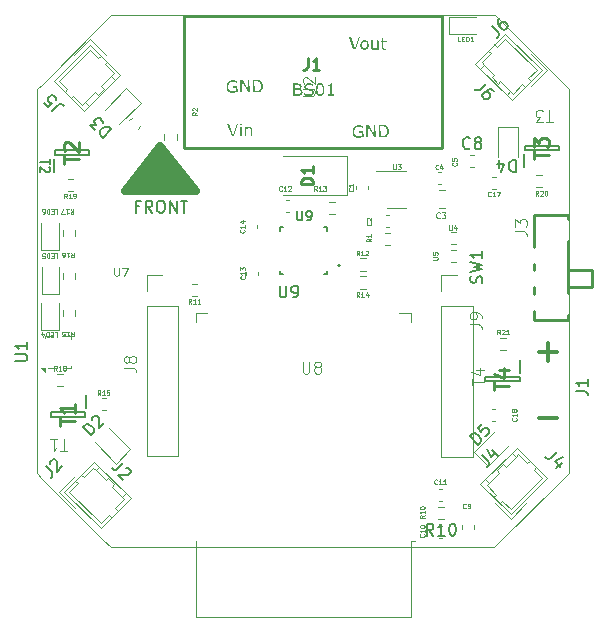
<source format=gto>
G04 #@! TF.GenerationSoftware,KiCad,Pcbnew,9.0.1*
G04 #@! TF.CreationDate,2025-04-25T12:08:24+05:30*
G04 #@! TF.ProjectId,esp32_quad_baro_bootser_nousb_BMP,65737033-325f-4717-9561-645f6261726f,rev?*
G04 #@! TF.SameCoordinates,Original*
G04 #@! TF.FileFunction,Legend,Top*
G04 #@! TF.FilePolarity,Positive*
%FSLAX46Y46*%
G04 Gerber Fmt 4.6, Leading zero omitted, Abs format (unit mm)*
G04 Created by KiCad (PCBNEW 9.0.1) date 2025-04-25 12:08:24*
%MOMM*%
%LPD*%
G01*
G04 APERTURE LIST*
%ADD10C,0.050000*%
%ADD11C,0.150000*%
%ADD12C,0.125000*%
%ADD13C,0.200000*%
%ADD14C,0.250000*%
%ADD15C,0.300000*%
%ADD16C,0.700000*%
%ADD17C,0.062500*%
%ADD18C,0.087500*%
%ADD19C,0.254000*%
%ADD20C,0.100000*%
%ADD21C,0.203200*%
%ADD22C,0.120000*%
%ADD23C,0.127000*%
G04 #@! TA.AperFunction,Profile*
%ADD24C,0.025400*%
G04 #@! TD*
G04 APERTURE END LIST*
D10*
X110066703Y-94088447D02*
X109933370Y-93897971D01*
X109838132Y-94088447D02*
X109838132Y-93688447D01*
X109838132Y-93688447D02*
X109990513Y-93688447D01*
X109990513Y-93688447D02*
X110028608Y-93707495D01*
X110028608Y-93707495D02*
X110047655Y-93726542D01*
X110047655Y-93726542D02*
X110066703Y-93764638D01*
X110066703Y-93764638D02*
X110066703Y-93821780D01*
X110066703Y-93821780D02*
X110047655Y-93859876D01*
X110047655Y-93859876D02*
X110028608Y-93878923D01*
X110028608Y-93878923D02*
X109990513Y-93897971D01*
X109990513Y-93897971D02*
X109838132Y-93897971D01*
X110447655Y-94088447D02*
X110219084Y-94088447D01*
X110333370Y-94088447D02*
X110333370Y-93688447D01*
X110333370Y-93688447D02*
X110295274Y-93745590D01*
X110295274Y-93745590D02*
X110257179Y-93783685D01*
X110257179Y-93783685D02*
X110219084Y-93802733D01*
X110676226Y-93859876D02*
X110638131Y-93840828D01*
X110638131Y-93840828D02*
X110619084Y-93821780D01*
X110619084Y-93821780D02*
X110600036Y-93783685D01*
X110600036Y-93783685D02*
X110600036Y-93764638D01*
X110600036Y-93764638D02*
X110619084Y-93726542D01*
X110619084Y-93726542D02*
X110638131Y-93707495D01*
X110638131Y-93707495D02*
X110676226Y-93688447D01*
X110676226Y-93688447D02*
X110752417Y-93688447D01*
X110752417Y-93688447D02*
X110790512Y-93707495D01*
X110790512Y-93707495D02*
X110809560Y-93726542D01*
X110809560Y-93726542D02*
X110828607Y-93764638D01*
X110828607Y-93764638D02*
X110828607Y-93783685D01*
X110828607Y-93783685D02*
X110809560Y-93821780D01*
X110809560Y-93821780D02*
X110790512Y-93840828D01*
X110790512Y-93840828D02*
X110752417Y-93859876D01*
X110752417Y-93859876D02*
X110676226Y-93859876D01*
X110676226Y-93859876D02*
X110638131Y-93878923D01*
X110638131Y-93878923D02*
X110619084Y-93897971D01*
X110619084Y-93897971D02*
X110600036Y-93936066D01*
X110600036Y-93936066D02*
X110600036Y-94012257D01*
X110600036Y-94012257D02*
X110619084Y-94050352D01*
X110619084Y-94050352D02*
X110638131Y-94069400D01*
X110638131Y-94069400D02*
X110676226Y-94088447D01*
X110676226Y-94088447D02*
X110752417Y-94088447D01*
X110752417Y-94088447D02*
X110790512Y-94069400D01*
X110790512Y-94069400D02*
X110809560Y-94050352D01*
X110809560Y-94050352D02*
X110828607Y-94012257D01*
X110828607Y-94012257D02*
X110828607Y-93936066D01*
X110828607Y-93936066D02*
X110809560Y-93897971D01*
X110809560Y-93897971D02*
X110790512Y-93878923D01*
X110790512Y-93878923D02*
X110752417Y-93859876D01*
D11*
X145716087Y-100349809D02*
X145008980Y-99642702D01*
X145008980Y-99642702D02*
X145177339Y-99474343D01*
X145177339Y-99474343D02*
X145312026Y-99407000D01*
X145312026Y-99407000D02*
X145446713Y-99407000D01*
X145446713Y-99407000D02*
X145547728Y-99440671D01*
X145547728Y-99440671D02*
X145716087Y-99541687D01*
X145716087Y-99541687D02*
X145817102Y-99642702D01*
X145817102Y-99642702D02*
X145918117Y-99811061D01*
X145918117Y-99811061D02*
X145951789Y-99912076D01*
X145951789Y-99912076D02*
X145951789Y-100046763D01*
X145951789Y-100046763D02*
X145884445Y-100181450D01*
X145884445Y-100181450D02*
X145716087Y-100349809D01*
X146052804Y-98598878D02*
X145716087Y-98935595D01*
X145716087Y-98935595D02*
X146019132Y-99305984D01*
X146019132Y-99305984D02*
X146019132Y-99238641D01*
X146019132Y-99238641D02*
X146052804Y-99137626D01*
X146052804Y-99137626D02*
X146221163Y-98969267D01*
X146221163Y-98969267D02*
X146322178Y-98935595D01*
X146322178Y-98935595D02*
X146389522Y-98935595D01*
X146389522Y-98935595D02*
X146490537Y-98969267D01*
X146490537Y-98969267D02*
X146658896Y-99137626D01*
X146658896Y-99137626D02*
X146692567Y-99238641D01*
X146692567Y-99238641D02*
X146692567Y-99305984D01*
X146692567Y-99305984D02*
X146658896Y-99407000D01*
X146658896Y-99407000D02*
X146490537Y-99575358D01*
X146490537Y-99575358D02*
X146389522Y-99609030D01*
X146389522Y-99609030D02*
X146322178Y-99609030D01*
D12*
X130870331Y-93331119D02*
X130870331Y-94140642D01*
X130870331Y-94140642D02*
X130917950Y-94235880D01*
X130917950Y-94235880D02*
X130965569Y-94283500D01*
X130965569Y-94283500D02*
X131060807Y-94331119D01*
X131060807Y-94331119D02*
X131251283Y-94331119D01*
X131251283Y-94331119D02*
X131346521Y-94283500D01*
X131346521Y-94283500D02*
X131394140Y-94235880D01*
X131394140Y-94235880D02*
X131441759Y-94140642D01*
X131441759Y-94140642D02*
X131441759Y-93331119D01*
X132060807Y-93759690D02*
X131965569Y-93712071D01*
X131965569Y-93712071D02*
X131917950Y-93664452D01*
X131917950Y-93664452D02*
X131870331Y-93569214D01*
X131870331Y-93569214D02*
X131870331Y-93521595D01*
X131870331Y-93521595D02*
X131917950Y-93426357D01*
X131917950Y-93426357D02*
X131965569Y-93378738D01*
X131965569Y-93378738D02*
X132060807Y-93331119D01*
X132060807Y-93331119D02*
X132251283Y-93331119D01*
X132251283Y-93331119D02*
X132346521Y-93378738D01*
X132346521Y-93378738D02*
X132394140Y-93426357D01*
X132394140Y-93426357D02*
X132441759Y-93521595D01*
X132441759Y-93521595D02*
X132441759Y-93569214D01*
X132441759Y-93569214D02*
X132394140Y-93664452D01*
X132394140Y-93664452D02*
X132346521Y-93712071D01*
X132346521Y-93712071D02*
X132251283Y-93759690D01*
X132251283Y-93759690D02*
X132060807Y-93759690D01*
X132060807Y-93759690D02*
X131965569Y-93807309D01*
X131965569Y-93807309D02*
X131917950Y-93854928D01*
X131917950Y-93854928D02*
X131870331Y-93950166D01*
X131870331Y-93950166D02*
X131870331Y-94140642D01*
X131870331Y-94140642D02*
X131917950Y-94235880D01*
X131917950Y-94235880D02*
X131965569Y-94283500D01*
X131965569Y-94283500D02*
X132060807Y-94331119D01*
X132060807Y-94331119D02*
X132251283Y-94331119D01*
X132251283Y-94331119D02*
X132346521Y-94283500D01*
X132346521Y-94283500D02*
X132394140Y-94235880D01*
X132394140Y-94235880D02*
X132441759Y-94140642D01*
X132441759Y-94140642D02*
X132441759Y-93950166D01*
X132441759Y-93950166D02*
X132394140Y-93854928D01*
X132394140Y-93854928D02*
X132346521Y-93807309D01*
X132346521Y-93807309D02*
X132251283Y-93759690D01*
D10*
X135666703Y-84318447D02*
X135533370Y-84127971D01*
X135438132Y-84318447D02*
X135438132Y-83918447D01*
X135438132Y-83918447D02*
X135590513Y-83918447D01*
X135590513Y-83918447D02*
X135628608Y-83937495D01*
X135628608Y-83937495D02*
X135647655Y-83956542D01*
X135647655Y-83956542D02*
X135666703Y-83994638D01*
X135666703Y-83994638D02*
X135666703Y-84051780D01*
X135666703Y-84051780D02*
X135647655Y-84089876D01*
X135647655Y-84089876D02*
X135628608Y-84108923D01*
X135628608Y-84108923D02*
X135590513Y-84127971D01*
X135590513Y-84127971D02*
X135438132Y-84127971D01*
X136047655Y-84318447D02*
X135819084Y-84318447D01*
X135933370Y-84318447D02*
X135933370Y-83918447D01*
X135933370Y-83918447D02*
X135895274Y-83975590D01*
X135895274Y-83975590D02*
X135857179Y-84013685D01*
X135857179Y-84013685D02*
X135819084Y-84032733D01*
X136200036Y-83956542D02*
X136219084Y-83937495D01*
X136219084Y-83937495D02*
X136257179Y-83918447D01*
X136257179Y-83918447D02*
X136352417Y-83918447D01*
X136352417Y-83918447D02*
X136390512Y-83937495D01*
X136390512Y-83937495D02*
X136409560Y-83956542D01*
X136409560Y-83956542D02*
X136428607Y-83994638D01*
X136428607Y-83994638D02*
X136428607Y-84032733D01*
X136428607Y-84032733D02*
X136409560Y-84089876D01*
X136409560Y-84089876D02*
X136180988Y-84318447D01*
X136180988Y-84318447D02*
X136428607Y-84318447D01*
X150836703Y-79258447D02*
X150703370Y-79067971D01*
X150608132Y-79258447D02*
X150608132Y-78858447D01*
X150608132Y-78858447D02*
X150760513Y-78858447D01*
X150760513Y-78858447D02*
X150798608Y-78877495D01*
X150798608Y-78877495D02*
X150817655Y-78896542D01*
X150817655Y-78896542D02*
X150836703Y-78934638D01*
X150836703Y-78934638D02*
X150836703Y-78991780D01*
X150836703Y-78991780D02*
X150817655Y-79029876D01*
X150817655Y-79029876D02*
X150798608Y-79048923D01*
X150798608Y-79048923D02*
X150760513Y-79067971D01*
X150760513Y-79067971D02*
X150608132Y-79067971D01*
X150989084Y-78896542D02*
X151008132Y-78877495D01*
X151008132Y-78877495D02*
X151046227Y-78858447D01*
X151046227Y-78858447D02*
X151141465Y-78858447D01*
X151141465Y-78858447D02*
X151179560Y-78877495D01*
X151179560Y-78877495D02*
X151198608Y-78896542D01*
X151198608Y-78896542D02*
X151217655Y-78934638D01*
X151217655Y-78934638D02*
X151217655Y-78972733D01*
X151217655Y-78972733D02*
X151198608Y-79029876D01*
X151198608Y-79029876D02*
X150970036Y-79258447D01*
X150970036Y-79258447D02*
X151217655Y-79258447D01*
X151465274Y-78858447D02*
X151503369Y-78858447D01*
X151503369Y-78858447D02*
X151541465Y-78877495D01*
X151541465Y-78877495D02*
X151560512Y-78896542D01*
X151560512Y-78896542D02*
X151579560Y-78934638D01*
X151579560Y-78934638D02*
X151598607Y-79010828D01*
X151598607Y-79010828D02*
X151598607Y-79106066D01*
X151598607Y-79106066D02*
X151579560Y-79182257D01*
X151579560Y-79182257D02*
X151560512Y-79220352D01*
X151560512Y-79220352D02*
X151541465Y-79239400D01*
X151541465Y-79239400D02*
X151503369Y-79258447D01*
X151503369Y-79258447D02*
X151465274Y-79258447D01*
X151465274Y-79258447D02*
X151427179Y-79239400D01*
X151427179Y-79239400D02*
X151408131Y-79220352D01*
X151408131Y-79220352D02*
X151389084Y-79182257D01*
X151389084Y-79182257D02*
X151370036Y-79106066D01*
X151370036Y-79106066D02*
X151370036Y-79010828D01*
X151370036Y-79010828D02*
X151389084Y-78934638D01*
X151389084Y-78934638D02*
X151408131Y-78896542D01*
X151408131Y-78896542D02*
X151427179Y-78877495D01*
X151427179Y-78877495D02*
X151465274Y-78858447D01*
D13*
X130402054Y-80561695D02*
X130402054Y-81209314D01*
X130402054Y-81209314D02*
X130440149Y-81285504D01*
X130440149Y-81285504D02*
X130478244Y-81323600D01*
X130478244Y-81323600D02*
X130554435Y-81361695D01*
X130554435Y-81361695D02*
X130706816Y-81361695D01*
X130706816Y-81361695D02*
X130783006Y-81323600D01*
X130783006Y-81323600D02*
X130821101Y-81285504D01*
X130821101Y-81285504D02*
X130859197Y-81209314D01*
X130859197Y-81209314D02*
X130859197Y-80561695D01*
X131278244Y-81361695D02*
X131430625Y-81361695D01*
X131430625Y-81361695D02*
X131506815Y-81323600D01*
X131506815Y-81323600D02*
X131544911Y-81285504D01*
X131544911Y-81285504D02*
X131621101Y-81171219D01*
X131621101Y-81171219D02*
X131659196Y-81018838D01*
X131659196Y-81018838D02*
X131659196Y-80714076D01*
X131659196Y-80714076D02*
X131621101Y-80637885D01*
X131621101Y-80637885D02*
X131583006Y-80599790D01*
X131583006Y-80599790D02*
X131506815Y-80561695D01*
X131506815Y-80561695D02*
X131354434Y-80561695D01*
X131354434Y-80561695D02*
X131278244Y-80599790D01*
X131278244Y-80599790D02*
X131240149Y-80637885D01*
X131240149Y-80637885D02*
X131202053Y-80714076D01*
X131202053Y-80714076D02*
X131202053Y-80904552D01*
X131202053Y-80904552D02*
X131240149Y-80980742D01*
X131240149Y-80980742D02*
X131278244Y-81018838D01*
X131278244Y-81018838D02*
X131354434Y-81056933D01*
X131354434Y-81056933D02*
X131506815Y-81056933D01*
X131506815Y-81056933D02*
X131583006Y-81018838D01*
X131583006Y-81018838D02*
X131621101Y-80980742D01*
X131621101Y-80980742D02*
X131659196Y-80904552D01*
D10*
X111253296Y-90791552D02*
X111386629Y-90982028D01*
X111481867Y-90791552D02*
X111481867Y-91191552D01*
X111481867Y-91191552D02*
X111329486Y-91191552D01*
X111329486Y-91191552D02*
X111291391Y-91172504D01*
X111291391Y-91172504D02*
X111272344Y-91153457D01*
X111272344Y-91153457D02*
X111253296Y-91115361D01*
X111253296Y-91115361D02*
X111253296Y-91058219D01*
X111253296Y-91058219D02*
X111272344Y-91020123D01*
X111272344Y-91020123D02*
X111291391Y-91001076D01*
X111291391Y-91001076D02*
X111329486Y-90982028D01*
X111329486Y-90982028D02*
X111481867Y-90982028D01*
X110872344Y-90791552D02*
X111100915Y-90791552D01*
X110986629Y-90791552D02*
X110986629Y-91191552D01*
X110986629Y-91191552D02*
X111024725Y-91134409D01*
X111024725Y-91134409D02*
X111062820Y-91096314D01*
X111062820Y-91096314D02*
X111100915Y-91077266D01*
X110510439Y-91191552D02*
X110700915Y-91191552D01*
X110700915Y-91191552D02*
X110719963Y-91001076D01*
X110719963Y-91001076D02*
X110700915Y-91020123D01*
X110700915Y-91020123D02*
X110662820Y-91039171D01*
X110662820Y-91039171D02*
X110567582Y-91039171D01*
X110567582Y-91039171D02*
X110529487Y-91020123D01*
X110529487Y-91020123D02*
X110510439Y-91001076D01*
X110510439Y-91001076D02*
X110491392Y-90962980D01*
X110491392Y-90962980D02*
X110491392Y-90867742D01*
X110491392Y-90867742D02*
X110510439Y-90829647D01*
X110510439Y-90829647D02*
X110529487Y-90810600D01*
X110529487Y-90810600D02*
X110567582Y-90791552D01*
X110567582Y-90791552D02*
X110662820Y-90791552D01*
X110662820Y-90791552D02*
X110700915Y-90810600D01*
X110700915Y-90810600D02*
X110719963Y-90829647D01*
D12*
X145021119Y-90153954D02*
X145735404Y-90153954D01*
X145735404Y-90153954D02*
X145878261Y-90201573D01*
X145878261Y-90201573D02*
X145973500Y-90296811D01*
X145973500Y-90296811D02*
X146021119Y-90439668D01*
X146021119Y-90439668D02*
X146021119Y-90534906D01*
X146021119Y-89630144D02*
X146021119Y-89439668D01*
X146021119Y-89439668D02*
X145973500Y-89344430D01*
X145973500Y-89344430D02*
X145925880Y-89296811D01*
X145925880Y-89296811D02*
X145783023Y-89201573D01*
X145783023Y-89201573D02*
X145592547Y-89153954D01*
X145592547Y-89153954D02*
X145211595Y-89153954D01*
X145211595Y-89153954D02*
X145116357Y-89201573D01*
X145116357Y-89201573D02*
X145068738Y-89249192D01*
X145068738Y-89249192D02*
X145021119Y-89344430D01*
X145021119Y-89344430D02*
X145021119Y-89534906D01*
X145021119Y-89534906D02*
X145068738Y-89630144D01*
X145068738Y-89630144D02*
X145116357Y-89677763D01*
X145116357Y-89677763D02*
X145211595Y-89725382D01*
X145211595Y-89725382D02*
X145449690Y-89725382D01*
X145449690Y-89725382D02*
X145544928Y-89677763D01*
X145544928Y-89677763D02*
X145592547Y-89630144D01*
X145592547Y-89630144D02*
X145640166Y-89534906D01*
X145640166Y-89534906D02*
X145640166Y-89344430D01*
X145640166Y-89344430D02*
X145592547Y-89249192D01*
X145592547Y-89249192D02*
X145544928Y-89201573D01*
X145544928Y-89201573D02*
X145449690Y-89153954D01*
D10*
X144696703Y-105700352D02*
X144677655Y-105719400D01*
X144677655Y-105719400D02*
X144620513Y-105738447D01*
X144620513Y-105738447D02*
X144582417Y-105738447D01*
X144582417Y-105738447D02*
X144525274Y-105719400D01*
X144525274Y-105719400D02*
X144487179Y-105681304D01*
X144487179Y-105681304D02*
X144468132Y-105643209D01*
X144468132Y-105643209D02*
X144449084Y-105567019D01*
X144449084Y-105567019D02*
X144449084Y-105509876D01*
X144449084Y-105509876D02*
X144468132Y-105433685D01*
X144468132Y-105433685D02*
X144487179Y-105395590D01*
X144487179Y-105395590D02*
X144525274Y-105357495D01*
X144525274Y-105357495D02*
X144582417Y-105338447D01*
X144582417Y-105338447D02*
X144620513Y-105338447D01*
X144620513Y-105338447D02*
X144677655Y-105357495D01*
X144677655Y-105357495D02*
X144696703Y-105376542D01*
X144887179Y-105738447D02*
X144963370Y-105738447D01*
X144963370Y-105738447D02*
X145001465Y-105719400D01*
X145001465Y-105719400D02*
X145020513Y-105700352D01*
X145020513Y-105700352D02*
X145058608Y-105643209D01*
X145058608Y-105643209D02*
X145077655Y-105567019D01*
X145077655Y-105567019D02*
X145077655Y-105414638D01*
X145077655Y-105414638D02*
X145058608Y-105376542D01*
X145058608Y-105376542D02*
X145039560Y-105357495D01*
X145039560Y-105357495D02*
X145001465Y-105338447D01*
X145001465Y-105338447D02*
X144925274Y-105338447D01*
X144925274Y-105338447D02*
X144887179Y-105357495D01*
X144887179Y-105357495D02*
X144868132Y-105376542D01*
X144868132Y-105376542D02*
X144849084Y-105414638D01*
X144849084Y-105414638D02*
X144849084Y-105509876D01*
X144849084Y-105509876D02*
X144868132Y-105547971D01*
X144868132Y-105547971D02*
X144887179Y-105567019D01*
X144887179Y-105567019D02*
X144925274Y-105586066D01*
X144925274Y-105586066D02*
X145001465Y-105586066D01*
X145001465Y-105586066D02*
X145039560Y-105567019D01*
X145039560Y-105567019D02*
X145058608Y-105547971D01*
X145058608Y-105547971D02*
X145077655Y-105509876D01*
X132106703Y-78868447D02*
X131973370Y-78677971D01*
X131878132Y-78868447D02*
X131878132Y-78468447D01*
X131878132Y-78468447D02*
X132030513Y-78468447D01*
X132030513Y-78468447D02*
X132068608Y-78487495D01*
X132068608Y-78487495D02*
X132087655Y-78506542D01*
X132087655Y-78506542D02*
X132106703Y-78544638D01*
X132106703Y-78544638D02*
X132106703Y-78601780D01*
X132106703Y-78601780D02*
X132087655Y-78639876D01*
X132087655Y-78639876D02*
X132068608Y-78658923D01*
X132068608Y-78658923D02*
X132030513Y-78677971D01*
X132030513Y-78677971D02*
X131878132Y-78677971D01*
X132487655Y-78868447D02*
X132259084Y-78868447D01*
X132373370Y-78868447D02*
X132373370Y-78468447D01*
X132373370Y-78468447D02*
X132335274Y-78525590D01*
X132335274Y-78525590D02*
X132297179Y-78563685D01*
X132297179Y-78563685D02*
X132259084Y-78582733D01*
X132620988Y-78468447D02*
X132868607Y-78468447D01*
X132868607Y-78468447D02*
X132735274Y-78620828D01*
X132735274Y-78620828D02*
X132792417Y-78620828D01*
X132792417Y-78620828D02*
X132830512Y-78639876D01*
X132830512Y-78639876D02*
X132849560Y-78658923D01*
X132849560Y-78658923D02*
X132868607Y-78697019D01*
X132868607Y-78697019D02*
X132868607Y-78792257D01*
X132868607Y-78792257D02*
X132849560Y-78830352D01*
X132849560Y-78830352D02*
X132830512Y-78849400D01*
X132830512Y-78849400D02*
X132792417Y-78868447D01*
X132792417Y-78868447D02*
X132678131Y-78868447D01*
X132678131Y-78868447D02*
X132640036Y-78849400D01*
X132640036Y-78849400D02*
X132620988Y-78830352D01*
X109871391Y-90821552D02*
X110061867Y-90821552D01*
X110061867Y-90821552D02*
X110061867Y-91221552D01*
X109738057Y-91031076D02*
X109604724Y-91031076D01*
X109547581Y-90821552D02*
X109738057Y-90821552D01*
X109738057Y-90821552D02*
X109738057Y-91221552D01*
X109738057Y-91221552D02*
X109547581Y-91221552D01*
X109376152Y-90821552D02*
X109376152Y-91221552D01*
X109376152Y-91221552D02*
X109280914Y-91221552D01*
X109280914Y-91221552D02*
X109223771Y-91202504D01*
X109223771Y-91202504D02*
X109185676Y-91164409D01*
X109185676Y-91164409D02*
X109166629Y-91126314D01*
X109166629Y-91126314D02*
X109147581Y-91050123D01*
X109147581Y-91050123D02*
X109147581Y-90992980D01*
X109147581Y-90992980D02*
X109166629Y-90916790D01*
X109166629Y-90916790D02*
X109185676Y-90878695D01*
X109185676Y-90878695D02*
X109223771Y-90840600D01*
X109223771Y-90840600D02*
X109280914Y-90821552D01*
X109280914Y-90821552D02*
X109376152Y-90821552D01*
X108804724Y-91088219D02*
X108804724Y-90821552D01*
X108899962Y-91240600D02*
X108995200Y-90954885D01*
X108995200Y-90954885D02*
X108747581Y-90954885D01*
X141160352Y-107933296D02*
X141179400Y-107952344D01*
X141179400Y-107952344D02*
X141198447Y-108009486D01*
X141198447Y-108009486D02*
X141198447Y-108047582D01*
X141198447Y-108047582D02*
X141179400Y-108104725D01*
X141179400Y-108104725D02*
X141141304Y-108142820D01*
X141141304Y-108142820D02*
X141103209Y-108161867D01*
X141103209Y-108161867D02*
X141027019Y-108180915D01*
X141027019Y-108180915D02*
X140969876Y-108180915D01*
X140969876Y-108180915D02*
X140893685Y-108161867D01*
X140893685Y-108161867D02*
X140855590Y-108142820D01*
X140855590Y-108142820D02*
X140817495Y-108104725D01*
X140817495Y-108104725D02*
X140798447Y-108047582D01*
X140798447Y-108047582D02*
X140798447Y-108009486D01*
X140798447Y-108009486D02*
X140817495Y-107952344D01*
X140817495Y-107952344D02*
X140836542Y-107933296D01*
X141198447Y-107552344D02*
X141198447Y-107780915D01*
X141198447Y-107666629D02*
X140798447Y-107666629D01*
X140798447Y-107666629D02*
X140855590Y-107704725D01*
X140855590Y-107704725D02*
X140893685Y-107742820D01*
X140893685Y-107742820D02*
X140912733Y-107780915D01*
X140798447Y-107304725D02*
X140798447Y-107266630D01*
X140798447Y-107266630D02*
X140817495Y-107228534D01*
X140817495Y-107228534D02*
X140836542Y-107209487D01*
X140836542Y-107209487D02*
X140874638Y-107190439D01*
X140874638Y-107190439D02*
X140950828Y-107171392D01*
X140950828Y-107171392D02*
X141046066Y-107171392D01*
X141046066Y-107171392D02*
X141122257Y-107190439D01*
X141122257Y-107190439D02*
X141160352Y-107209487D01*
X141160352Y-107209487D02*
X141179400Y-107228534D01*
X141179400Y-107228534D02*
X141198447Y-107266630D01*
X141198447Y-107266630D02*
X141198447Y-107304725D01*
X141198447Y-107304725D02*
X141179400Y-107342820D01*
X141179400Y-107342820D02*
X141160352Y-107361868D01*
X141160352Y-107361868D02*
X141122257Y-107380915D01*
X141122257Y-107380915D02*
X141046066Y-107399963D01*
X141046066Y-107399963D02*
X140950828Y-107399963D01*
X140950828Y-107399963D02*
X140874638Y-107380915D01*
X140874638Y-107380915D02*
X140836542Y-107361868D01*
X140836542Y-107361868D02*
X140817495Y-107342820D01*
X140817495Y-107342820D02*
X140798447Y-107304725D01*
X110926703Y-79488447D02*
X110793370Y-79297971D01*
X110698132Y-79488447D02*
X110698132Y-79088447D01*
X110698132Y-79088447D02*
X110850513Y-79088447D01*
X110850513Y-79088447D02*
X110888608Y-79107495D01*
X110888608Y-79107495D02*
X110907655Y-79126542D01*
X110907655Y-79126542D02*
X110926703Y-79164638D01*
X110926703Y-79164638D02*
X110926703Y-79221780D01*
X110926703Y-79221780D02*
X110907655Y-79259876D01*
X110907655Y-79259876D02*
X110888608Y-79278923D01*
X110888608Y-79278923D02*
X110850513Y-79297971D01*
X110850513Y-79297971D02*
X110698132Y-79297971D01*
X111307655Y-79488447D02*
X111079084Y-79488447D01*
X111193370Y-79488447D02*
X111193370Y-79088447D01*
X111193370Y-79088447D02*
X111155274Y-79145590D01*
X111155274Y-79145590D02*
X111117179Y-79183685D01*
X111117179Y-79183685D02*
X111079084Y-79202733D01*
X111498131Y-79488447D02*
X111574322Y-79488447D01*
X111574322Y-79488447D02*
X111612417Y-79469400D01*
X111612417Y-79469400D02*
X111631465Y-79450352D01*
X111631465Y-79450352D02*
X111669560Y-79393209D01*
X111669560Y-79393209D02*
X111688607Y-79317019D01*
X111688607Y-79317019D02*
X111688607Y-79164638D01*
X111688607Y-79164638D02*
X111669560Y-79126542D01*
X111669560Y-79126542D02*
X111650512Y-79107495D01*
X111650512Y-79107495D02*
X111612417Y-79088447D01*
X111612417Y-79088447D02*
X111536226Y-79088447D01*
X111536226Y-79088447D02*
X111498131Y-79107495D01*
X111498131Y-79107495D02*
X111479084Y-79126542D01*
X111479084Y-79126542D02*
X111460036Y-79164638D01*
X111460036Y-79164638D02*
X111460036Y-79259876D01*
X111460036Y-79259876D02*
X111479084Y-79297971D01*
X111479084Y-79297971D02*
X111498131Y-79317019D01*
X111498131Y-79317019D02*
X111536226Y-79336066D01*
X111536226Y-79336066D02*
X111612417Y-79336066D01*
X111612417Y-79336066D02*
X111650512Y-79317019D01*
X111650512Y-79317019D02*
X111669560Y-79297971D01*
X111669560Y-79297971D02*
X111688607Y-79259876D01*
D12*
X110942525Y-100868880D02*
X110371097Y-100868880D01*
X110656811Y-99868880D02*
X110656811Y-100868880D01*
X109513954Y-99868880D02*
X110085382Y-99868880D01*
X109799668Y-99868880D02*
X109799668Y-100868880D01*
X109799668Y-100868880D02*
X109894906Y-100726023D01*
X109894906Y-100726023D02*
X109990144Y-100630785D01*
X109990144Y-100630785D02*
X110085382Y-100583166D01*
D10*
X147596703Y-91018447D02*
X147463370Y-90827971D01*
X147368132Y-91018447D02*
X147368132Y-90618447D01*
X147368132Y-90618447D02*
X147520513Y-90618447D01*
X147520513Y-90618447D02*
X147558608Y-90637495D01*
X147558608Y-90637495D02*
X147577655Y-90656542D01*
X147577655Y-90656542D02*
X147596703Y-90694638D01*
X147596703Y-90694638D02*
X147596703Y-90751780D01*
X147596703Y-90751780D02*
X147577655Y-90789876D01*
X147577655Y-90789876D02*
X147558608Y-90808923D01*
X147558608Y-90808923D02*
X147520513Y-90827971D01*
X147520513Y-90827971D02*
X147368132Y-90827971D01*
X147749084Y-90656542D02*
X147768132Y-90637495D01*
X147768132Y-90637495D02*
X147806227Y-90618447D01*
X147806227Y-90618447D02*
X147901465Y-90618447D01*
X147901465Y-90618447D02*
X147939560Y-90637495D01*
X147939560Y-90637495D02*
X147958608Y-90656542D01*
X147958608Y-90656542D02*
X147977655Y-90694638D01*
X147977655Y-90694638D02*
X147977655Y-90732733D01*
X147977655Y-90732733D02*
X147958608Y-90789876D01*
X147958608Y-90789876D02*
X147730036Y-91018447D01*
X147730036Y-91018447D02*
X147977655Y-91018447D01*
X148358607Y-91018447D02*
X148130036Y-91018447D01*
X148244322Y-91018447D02*
X148244322Y-90618447D01*
X148244322Y-90618447D02*
X148206226Y-90675590D01*
X148206226Y-90675590D02*
X148168131Y-90713685D01*
X148168131Y-90713685D02*
X148130036Y-90732733D01*
D13*
X109468304Y-76157768D02*
X109468304Y-76614911D01*
X108668304Y-76386339D02*
X109468304Y-76386339D01*
X109392114Y-76843482D02*
X109430209Y-76881578D01*
X109430209Y-76881578D02*
X109468304Y-76957768D01*
X109468304Y-76957768D02*
X109468304Y-77148244D01*
X109468304Y-77148244D02*
X109430209Y-77224435D01*
X109430209Y-77224435D02*
X109392114Y-77262530D01*
X109392114Y-77262530D02*
X109315923Y-77300625D01*
X109315923Y-77300625D02*
X109239733Y-77300625D01*
X109239733Y-77300625D02*
X109125447Y-77262530D01*
X109125447Y-77262530D02*
X108668304Y-76805387D01*
X108668304Y-76805387D02*
X108668304Y-77300625D01*
D11*
X109111010Y-102190671D02*
X109616087Y-102695748D01*
X109616087Y-102695748D02*
X109683430Y-102830435D01*
X109683430Y-102830435D02*
X109683430Y-102965122D01*
X109683430Y-102965122D02*
X109616087Y-103099809D01*
X109616087Y-103099809D02*
X109548743Y-103167152D01*
X109481400Y-101954969D02*
X109481400Y-101887626D01*
X109481400Y-101887626D02*
X109515071Y-101786610D01*
X109515071Y-101786610D02*
X109683430Y-101618252D01*
X109683430Y-101618252D02*
X109784445Y-101584580D01*
X109784445Y-101584580D02*
X109851789Y-101584580D01*
X109851789Y-101584580D02*
X109952804Y-101618252D01*
X109952804Y-101618252D02*
X110020148Y-101685595D01*
X110020148Y-101685595D02*
X110087491Y-101820282D01*
X110087491Y-101820282D02*
X110087491Y-102628404D01*
X110087491Y-102628404D02*
X110525224Y-102190671D01*
X148903220Y-76260180D02*
X148903220Y-77260180D01*
X148903220Y-77260180D02*
X148665125Y-77260180D01*
X148665125Y-77260180D02*
X148522268Y-77212561D01*
X148522268Y-77212561D02*
X148427030Y-77117323D01*
X148427030Y-77117323D02*
X148379411Y-77022085D01*
X148379411Y-77022085D02*
X148331792Y-76831609D01*
X148331792Y-76831609D02*
X148331792Y-76688752D01*
X148331792Y-76688752D02*
X148379411Y-76498276D01*
X148379411Y-76498276D02*
X148427030Y-76403038D01*
X148427030Y-76403038D02*
X148522268Y-76307800D01*
X148522268Y-76307800D02*
X148665125Y-76260180D01*
X148665125Y-76260180D02*
X148903220Y-76260180D01*
X147474649Y-76926847D02*
X147474649Y-76260180D01*
X147712744Y-77307800D02*
X147950839Y-76593514D01*
X147950839Y-76593514D02*
X147331792Y-76593514D01*
D10*
X148950352Y-98113296D02*
X148969400Y-98132344D01*
X148969400Y-98132344D02*
X148988447Y-98189486D01*
X148988447Y-98189486D02*
X148988447Y-98227582D01*
X148988447Y-98227582D02*
X148969400Y-98284725D01*
X148969400Y-98284725D02*
X148931304Y-98322820D01*
X148931304Y-98322820D02*
X148893209Y-98341867D01*
X148893209Y-98341867D02*
X148817019Y-98360915D01*
X148817019Y-98360915D02*
X148759876Y-98360915D01*
X148759876Y-98360915D02*
X148683685Y-98341867D01*
X148683685Y-98341867D02*
X148645590Y-98322820D01*
X148645590Y-98322820D02*
X148607495Y-98284725D01*
X148607495Y-98284725D02*
X148588447Y-98227582D01*
X148588447Y-98227582D02*
X148588447Y-98189486D01*
X148588447Y-98189486D02*
X148607495Y-98132344D01*
X148607495Y-98132344D02*
X148626542Y-98113296D01*
X148988447Y-97732344D02*
X148988447Y-97960915D01*
X148988447Y-97846629D02*
X148588447Y-97846629D01*
X148588447Y-97846629D02*
X148645590Y-97884725D01*
X148645590Y-97884725D02*
X148683685Y-97922820D01*
X148683685Y-97922820D02*
X148702733Y-97960915D01*
X148759876Y-97503773D02*
X148740828Y-97541868D01*
X148740828Y-97541868D02*
X148721780Y-97560915D01*
X148721780Y-97560915D02*
X148683685Y-97579963D01*
X148683685Y-97579963D02*
X148664638Y-97579963D01*
X148664638Y-97579963D02*
X148626542Y-97560915D01*
X148626542Y-97560915D02*
X148607495Y-97541868D01*
X148607495Y-97541868D02*
X148588447Y-97503773D01*
X148588447Y-97503773D02*
X148588447Y-97427582D01*
X148588447Y-97427582D02*
X148607495Y-97389487D01*
X148607495Y-97389487D02*
X148626542Y-97370439D01*
X148626542Y-97370439D02*
X148664638Y-97351392D01*
X148664638Y-97351392D02*
X148683685Y-97351392D01*
X148683685Y-97351392D02*
X148721780Y-97370439D01*
X148721780Y-97370439D02*
X148740828Y-97389487D01*
X148740828Y-97389487D02*
X148759876Y-97427582D01*
X148759876Y-97427582D02*
X148759876Y-97503773D01*
X148759876Y-97503773D02*
X148778923Y-97541868D01*
X148778923Y-97541868D02*
X148797971Y-97560915D01*
X148797971Y-97560915D02*
X148836066Y-97579963D01*
X148836066Y-97579963D02*
X148912257Y-97579963D01*
X148912257Y-97579963D02*
X148950352Y-97560915D01*
X148950352Y-97560915D02*
X148969400Y-97541868D01*
X148969400Y-97541868D02*
X148988447Y-97503773D01*
X148988447Y-97503773D02*
X148988447Y-97427582D01*
X148988447Y-97427582D02*
X148969400Y-97389487D01*
X148969400Y-97389487D02*
X148950352Y-97370439D01*
X148950352Y-97370439D02*
X148912257Y-97351392D01*
X148912257Y-97351392D02*
X148836066Y-97351392D01*
X148836066Y-97351392D02*
X148797971Y-97370439D01*
X148797971Y-97370439D02*
X148778923Y-97389487D01*
X148778923Y-97389487D02*
X148759876Y-97427582D01*
D11*
X112986087Y-99569809D02*
X112278980Y-98862702D01*
X112278980Y-98862702D02*
X112447339Y-98694343D01*
X112447339Y-98694343D02*
X112582026Y-98627000D01*
X112582026Y-98627000D02*
X112716713Y-98627000D01*
X112716713Y-98627000D02*
X112817728Y-98660671D01*
X112817728Y-98660671D02*
X112986087Y-98761687D01*
X112986087Y-98761687D02*
X113087102Y-98862702D01*
X113087102Y-98862702D02*
X113188117Y-99031061D01*
X113188117Y-99031061D02*
X113221789Y-99132076D01*
X113221789Y-99132076D02*
X113221789Y-99266763D01*
X113221789Y-99266763D02*
X113154445Y-99401450D01*
X113154445Y-99401450D02*
X112986087Y-99569809D01*
X113019758Y-98256610D02*
X113019758Y-98189267D01*
X113019758Y-98189267D02*
X113053430Y-98088252D01*
X113053430Y-98088252D02*
X113221789Y-97919893D01*
X113221789Y-97919893D02*
X113322804Y-97886221D01*
X113322804Y-97886221D02*
X113390148Y-97886221D01*
X113390148Y-97886221D02*
X113491163Y-97919893D01*
X113491163Y-97919893D02*
X113558506Y-97987236D01*
X113558506Y-97987236D02*
X113625850Y-98121923D01*
X113625850Y-98121923D02*
X113625850Y-98930046D01*
X113625850Y-98930046D02*
X114063583Y-98492313D01*
X114639809Y-73663912D02*
X113932702Y-74371019D01*
X113932702Y-74371019D02*
X113764343Y-74202660D01*
X113764343Y-74202660D02*
X113697000Y-74067973D01*
X113697000Y-74067973D02*
X113697000Y-73933286D01*
X113697000Y-73933286D02*
X113730671Y-73832271D01*
X113730671Y-73832271D02*
X113831687Y-73663912D01*
X113831687Y-73663912D02*
X113932702Y-73562897D01*
X113932702Y-73562897D02*
X114101061Y-73461882D01*
X114101061Y-73461882D02*
X114202076Y-73428210D01*
X114202076Y-73428210D02*
X114336763Y-73428210D01*
X114336763Y-73428210D02*
X114471450Y-73495554D01*
X114471450Y-73495554D02*
X114639809Y-73663912D01*
X113292939Y-73731256D02*
X112855206Y-73293523D01*
X112855206Y-73293523D02*
X113360282Y-73259851D01*
X113360282Y-73259851D02*
X113259267Y-73158836D01*
X113259267Y-73158836D02*
X113225595Y-73057821D01*
X113225595Y-73057821D02*
X113225595Y-72990477D01*
X113225595Y-72990477D02*
X113259267Y-72889462D01*
X113259267Y-72889462D02*
X113427626Y-72721103D01*
X113427626Y-72721103D02*
X113528641Y-72687432D01*
X113528641Y-72687432D02*
X113595984Y-72687432D01*
X113595984Y-72687432D02*
X113697000Y-72721103D01*
X113697000Y-72721103D02*
X113899030Y-72923134D01*
X113899030Y-72923134D02*
X113932702Y-73024149D01*
X113932702Y-73024149D02*
X113932702Y-73091493D01*
D10*
X125920352Y-82153296D02*
X125939400Y-82172344D01*
X125939400Y-82172344D02*
X125958447Y-82229486D01*
X125958447Y-82229486D02*
X125958447Y-82267582D01*
X125958447Y-82267582D02*
X125939400Y-82324725D01*
X125939400Y-82324725D02*
X125901304Y-82362820D01*
X125901304Y-82362820D02*
X125863209Y-82381867D01*
X125863209Y-82381867D02*
X125787019Y-82400915D01*
X125787019Y-82400915D02*
X125729876Y-82400915D01*
X125729876Y-82400915D02*
X125653685Y-82381867D01*
X125653685Y-82381867D02*
X125615590Y-82362820D01*
X125615590Y-82362820D02*
X125577495Y-82324725D01*
X125577495Y-82324725D02*
X125558447Y-82267582D01*
X125558447Y-82267582D02*
X125558447Y-82229486D01*
X125558447Y-82229486D02*
X125577495Y-82172344D01*
X125577495Y-82172344D02*
X125596542Y-82153296D01*
X125958447Y-81772344D02*
X125958447Y-82000915D01*
X125958447Y-81886629D02*
X125558447Y-81886629D01*
X125558447Y-81886629D02*
X125615590Y-81924725D01*
X125615590Y-81924725D02*
X125653685Y-81962820D01*
X125653685Y-81962820D02*
X125672733Y-82000915D01*
X125691780Y-81429487D02*
X125958447Y-81429487D01*
X125539400Y-81524725D02*
X125825114Y-81619963D01*
X125825114Y-81619963D02*
X125825114Y-81372344D01*
D12*
X145191119Y-95332525D02*
X145191119Y-94761097D01*
X146191119Y-95046811D02*
X145191119Y-95046811D01*
X145524452Y-93999192D02*
X146191119Y-93999192D01*
X145143500Y-94237287D02*
X145857785Y-94475382D01*
X145857785Y-94475382D02*
X145857785Y-93856335D01*
D10*
X143278132Y-81778447D02*
X143278132Y-82102257D01*
X143278132Y-82102257D02*
X143297179Y-82140352D01*
X143297179Y-82140352D02*
X143316227Y-82159400D01*
X143316227Y-82159400D02*
X143354322Y-82178447D01*
X143354322Y-82178447D02*
X143430513Y-82178447D01*
X143430513Y-82178447D02*
X143468608Y-82159400D01*
X143468608Y-82159400D02*
X143487655Y-82140352D01*
X143487655Y-82140352D02*
X143506703Y-82102257D01*
X143506703Y-82102257D02*
X143506703Y-81778447D01*
X143868608Y-81911780D02*
X143868608Y-82178447D01*
X143773370Y-81759400D02*
X143678132Y-82045114D01*
X143678132Y-82045114D02*
X143925751Y-82045114D01*
D11*
X146921010Y-64910671D02*
X147426087Y-65415748D01*
X147426087Y-65415748D02*
X147493430Y-65550435D01*
X147493430Y-65550435D02*
X147493430Y-65685122D01*
X147493430Y-65685122D02*
X147426087Y-65819809D01*
X147426087Y-65819809D02*
X147358743Y-65887152D01*
X147560774Y-64270908D02*
X147426087Y-64405595D01*
X147426087Y-64405595D02*
X147392415Y-64506610D01*
X147392415Y-64506610D02*
X147392415Y-64573954D01*
X147392415Y-64573954D02*
X147426087Y-64742313D01*
X147426087Y-64742313D02*
X147527102Y-64910671D01*
X147527102Y-64910671D02*
X147796476Y-65180045D01*
X147796476Y-65180045D02*
X147897491Y-65213717D01*
X147897491Y-65213717D02*
X147964835Y-65213717D01*
X147964835Y-65213717D02*
X148065850Y-65180045D01*
X148065850Y-65180045D02*
X148200537Y-65045358D01*
X148200537Y-65045358D02*
X148234209Y-64944343D01*
X148234209Y-64944343D02*
X148234209Y-64877000D01*
X148234209Y-64877000D02*
X148200537Y-64775984D01*
X148200537Y-64775984D02*
X148032178Y-64607626D01*
X148032178Y-64607626D02*
X147931163Y-64573954D01*
X147931163Y-64573954D02*
X147863819Y-64573954D01*
X147863819Y-64573954D02*
X147762804Y-64607626D01*
X147762804Y-64607626D02*
X147628117Y-64742313D01*
X147628117Y-64742313D02*
X147594445Y-64843328D01*
X147594445Y-64843328D02*
X147594445Y-64910671D01*
X147594445Y-64910671D02*
X147628117Y-65011687D01*
D10*
X129126703Y-78830352D02*
X129107655Y-78849400D01*
X129107655Y-78849400D02*
X129050513Y-78868447D01*
X129050513Y-78868447D02*
X129012417Y-78868447D01*
X129012417Y-78868447D02*
X128955274Y-78849400D01*
X128955274Y-78849400D02*
X128917179Y-78811304D01*
X128917179Y-78811304D02*
X128898132Y-78773209D01*
X128898132Y-78773209D02*
X128879084Y-78697019D01*
X128879084Y-78697019D02*
X128879084Y-78639876D01*
X128879084Y-78639876D02*
X128898132Y-78563685D01*
X128898132Y-78563685D02*
X128917179Y-78525590D01*
X128917179Y-78525590D02*
X128955274Y-78487495D01*
X128955274Y-78487495D02*
X129012417Y-78468447D01*
X129012417Y-78468447D02*
X129050513Y-78468447D01*
X129050513Y-78468447D02*
X129107655Y-78487495D01*
X129107655Y-78487495D02*
X129126703Y-78506542D01*
X129507655Y-78868447D02*
X129279084Y-78868447D01*
X129393370Y-78868447D02*
X129393370Y-78468447D01*
X129393370Y-78468447D02*
X129355274Y-78525590D01*
X129355274Y-78525590D02*
X129317179Y-78563685D01*
X129317179Y-78563685D02*
X129279084Y-78582733D01*
X129660036Y-78506542D02*
X129679084Y-78487495D01*
X129679084Y-78487495D02*
X129717179Y-78468447D01*
X129717179Y-78468447D02*
X129812417Y-78468447D01*
X129812417Y-78468447D02*
X129850512Y-78487495D01*
X129850512Y-78487495D02*
X129869560Y-78506542D01*
X129869560Y-78506542D02*
X129888607Y-78544638D01*
X129888607Y-78544638D02*
X129888607Y-78582733D01*
X129888607Y-78582733D02*
X129869560Y-78639876D01*
X129869560Y-78639876D02*
X129640988Y-78868447D01*
X129640988Y-78868447D02*
X129888607Y-78868447D01*
X136650352Y-81543296D02*
X136669400Y-81562344D01*
X136669400Y-81562344D02*
X136688447Y-81619486D01*
X136688447Y-81619486D02*
X136688447Y-81657582D01*
X136688447Y-81657582D02*
X136669400Y-81714725D01*
X136669400Y-81714725D02*
X136631304Y-81752820D01*
X136631304Y-81752820D02*
X136593209Y-81771867D01*
X136593209Y-81771867D02*
X136517019Y-81790915D01*
X136517019Y-81790915D02*
X136459876Y-81790915D01*
X136459876Y-81790915D02*
X136383685Y-81771867D01*
X136383685Y-81771867D02*
X136345590Y-81752820D01*
X136345590Y-81752820D02*
X136307495Y-81714725D01*
X136307495Y-81714725D02*
X136288447Y-81657582D01*
X136288447Y-81657582D02*
X136288447Y-81619486D01*
X136288447Y-81619486D02*
X136307495Y-81562344D01*
X136307495Y-81562344D02*
X136326542Y-81543296D01*
X136326542Y-81390915D02*
X136307495Y-81371867D01*
X136307495Y-81371867D02*
X136288447Y-81333772D01*
X136288447Y-81333772D02*
X136288447Y-81238534D01*
X136288447Y-81238534D02*
X136307495Y-81200439D01*
X136307495Y-81200439D02*
X136326542Y-81181391D01*
X136326542Y-81181391D02*
X136364638Y-81162344D01*
X136364638Y-81162344D02*
X136402733Y-81162344D01*
X136402733Y-81162344D02*
X136459876Y-81181391D01*
X136459876Y-81181391D02*
X136688447Y-81409963D01*
X136688447Y-81409963D02*
X136688447Y-81162344D01*
D11*
X117060112Y-80176009D02*
X116726779Y-80176009D01*
X116726779Y-80699819D02*
X116726779Y-79699819D01*
X116726779Y-79699819D02*
X117202969Y-79699819D01*
X118155350Y-80699819D02*
X117822017Y-80223628D01*
X117583922Y-80699819D02*
X117583922Y-79699819D01*
X117583922Y-79699819D02*
X117964874Y-79699819D01*
X117964874Y-79699819D02*
X118060112Y-79747438D01*
X118060112Y-79747438D02*
X118107731Y-79795057D01*
X118107731Y-79795057D02*
X118155350Y-79890295D01*
X118155350Y-79890295D02*
X118155350Y-80033152D01*
X118155350Y-80033152D02*
X118107731Y-80128390D01*
X118107731Y-80128390D02*
X118060112Y-80176009D01*
X118060112Y-80176009D02*
X117964874Y-80223628D01*
X117964874Y-80223628D02*
X117583922Y-80223628D01*
X118774398Y-79699819D02*
X118964874Y-79699819D01*
X118964874Y-79699819D02*
X119060112Y-79747438D01*
X119060112Y-79747438D02*
X119155350Y-79842676D01*
X119155350Y-79842676D02*
X119202969Y-80033152D01*
X119202969Y-80033152D02*
X119202969Y-80366485D01*
X119202969Y-80366485D02*
X119155350Y-80556961D01*
X119155350Y-80556961D02*
X119060112Y-80652200D01*
X119060112Y-80652200D02*
X118964874Y-80699819D01*
X118964874Y-80699819D02*
X118774398Y-80699819D01*
X118774398Y-80699819D02*
X118679160Y-80652200D01*
X118679160Y-80652200D02*
X118583922Y-80556961D01*
X118583922Y-80556961D02*
X118536303Y-80366485D01*
X118536303Y-80366485D02*
X118536303Y-80033152D01*
X118536303Y-80033152D02*
X118583922Y-79842676D01*
X118583922Y-79842676D02*
X118679160Y-79747438D01*
X118679160Y-79747438D02*
X118774398Y-79699819D01*
X119631541Y-80699819D02*
X119631541Y-79699819D01*
X119631541Y-79699819D02*
X120202969Y-80699819D01*
X120202969Y-80699819D02*
X120202969Y-79699819D01*
X120536303Y-79699819D02*
X121107731Y-79699819D01*
X120822017Y-80699819D02*
X120822017Y-79699819D01*
D10*
X143890352Y-76473296D02*
X143909400Y-76492344D01*
X143909400Y-76492344D02*
X143928447Y-76549486D01*
X143928447Y-76549486D02*
X143928447Y-76587582D01*
X143928447Y-76587582D02*
X143909400Y-76644725D01*
X143909400Y-76644725D02*
X143871304Y-76682820D01*
X143871304Y-76682820D02*
X143833209Y-76701867D01*
X143833209Y-76701867D02*
X143757019Y-76720915D01*
X143757019Y-76720915D02*
X143699876Y-76720915D01*
X143699876Y-76720915D02*
X143623685Y-76701867D01*
X143623685Y-76701867D02*
X143585590Y-76682820D01*
X143585590Y-76682820D02*
X143547495Y-76644725D01*
X143547495Y-76644725D02*
X143528447Y-76587582D01*
X143528447Y-76587582D02*
X143528447Y-76549486D01*
X143528447Y-76549486D02*
X143547495Y-76492344D01*
X143547495Y-76492344D02*
X143566542Y-76473296D01*
X143528447Y-76111391D02*
X143528447Y-76301867D01*
X143528447Y-76301867D02*
X143718923Y-76320915D01*
X143718923Y-76320915D02*
X143699876Y-76301867D01*
X143699876Y-76301867D02*
X143680828Y-76263772D01*
X143680828Y-76263772D02*
X143680828Y-76168534D01*
X143680828Y-76168534D02*
X143699876Y-76130439D01*
X143699876Y-76130439D02*
X143718923Y-76111391D01*
X143718923Y-76111391D02*
X143757019Y-76092344D01*
X143757019Y-76092344D02*
X143852257Y-76092344D01*
X143852257Y-76092344D02*
X143890352Y-76111391D01*
X143890352Y-76111391D02*
X143909400Y-76130439D01*
X143909400Y-76130439D02*
X143928447Y-76168534D01*
X143928447Y-76168534D02*
X143928447Y-76263772D01*
X143928447Y-76263772D02*
X143909400Y-76301867D01*
X143909400Y-76301867D02*
X143890352Y-76320915D01*
X121938447Y-72203296D02*
X121747971Y-72336629D01*
X121938447Y-72431867D02*
X121538447Y-72431867D01*
X121538447Y-72431867D02*
X121538447Y-72279486D01*
X121538447Y-72279486D02*
X121557495Y-72241391D01*
X121557495Y-72241391D02*
X121576542Y-72222344D01*
X121576542Y-72222344D02*
X121614638Y-72203296D01*
X121614638Y-72203296D02*
X121671780Y-72203296D01*
X121671780Y-72203296D02*
X121709876Y-72222344D01*
X121709876Y-72222344D02*
X121728923Y-72241391D01*
X121728923Y-72241391D02*
X121747971Y-72279486D01*
X121747971Y-72279486D02*
X121747971Y-72431867D01*
X121576542Y-72050915D02*
X121557495Y-72031867D01*
X121557495Y-72031867D02*
X121538447Y-71993772D01*
X121538447Y-71993772D02*
X121538447Y-71898534D01*
X121538447Y-71898534D02*
X121557495Y-71860439D01*
X121557495Y-71860439D02*
X121576542Y-71841391D01*
X121576542Y-71841391D02*
X121614638Y-71822344D01*
X121614638Y-71822344D02*
X121652733Y-71822344D01*
X121652733Y-71822344D02*
X121709876Y-71841391D01*
X121709876Y-71841391D02*
X121938447Y-72069963D01*
X121938447Y-72069963D02*
X121938447Y-71822344D01*
D14*
X131298282Y-67614619D02*
X131298282Y-68328904D01*
X131298282Y-68328904D02*
X131250663Y-68471761D01*
X131250663Y-68471761D02*
X131155425Y-68567000D01*
X131155425Y-68567000D02*
X131012568Y-68614619D01*
X131012568Y-68614619D02*
X130917330Y-68614619D01*
X132298282Y-68614619D02*
X131726854Y-68614619D01*
X132012568Y-68614619D02*
X132012568Y-67614619D01*
X132012568Y-67614619D02*
X131917330Y-67757476D01*
X131917330Y-67757476D02*
X131822092Y-67852714D01*
X131822092Y-67852714D02*
X131726854Y-67900333D01*
D15*
X152446441Y-92477733D02*
X150922632Y-92477733D01*
X151684536Y-93239638D02*
X151684536Y-91715828D01*
D12*
X115781119Y-93853954D02*
X116495404Y-93853954D01*
X116495404Y-93853954D02*
X116638261Y-93901573D01*
X116638261Y-93901573D02*
X116733500Y-93996811D01*
X116733500Y-93996811D02*
X116781119Y-94139668D01*
X116781119Y-94139668D02*
X116781119Y-94234906D01*
X116209690Y-93234906D02*
X116162071Y-93330144D01*
X116162071Y-93330144D02*
X116114452Y-93377763D01*
X116114452Y-93377763D02*
X116019214Y-93425382D01*
X116019214Y-93425382D02*
X115971595Y-93425382D01*
X115971595Y-93425382D02*
X115876357Y-93377763D01*
X115876357Y-93377763D02*
X115828738Y-93330144D01*
X115828738Y-93330144D02*
X115781119Y-93234906D01*
X115781119Y-93234906D02*
X115781119Y-93044430D01*
X115781119Y-93044430D02*
X115828738Y-92949192D01*
X115828738Y-92949192D02*
X115876357Y-92901573D01*
X115876357Y-92901573D02*
X115971595Y-92853954D01*
X115971595Y-92853954D02*
X116019214Y-92853954D01*
X116019214Y-92853954D02*
X116114452Y-92901573D01*
X116114452Y-92901573D02*
X116162071Y-92949192D01*
X116162071Y-92949192D02*
X116209690Y-93044430D01*
X116209690Y-93044430D02*
X116209690Y-93234906D01*
X116209690Y-93234906D02*
X116257309Y-93330144D01*
X116257309Y-93330144D02*
X116304928Y-93377763D01*
X116304928Y-93377763D02*
X116400166Y-93425382D01*
X116400166Y-93425382D02*
X116590642Y-93425382D01*
X116590642Y-93425382D02*
X116685880Y-93377763D01*
X116685880Y-93377763D02*
X116733500Y-93330144D01*
X116733500Y-93330144D02*
X116781119Y-93234906D01*
X116781119Y-93234906D02*
X116781119Y-93044430D01*
X116781119Y-93044430D02*
X116733500Y-92949192D01*
X116733500Y-92949192D02*
X116685880Y-92901573D01*
X116685880Y-92901573D02*
X116590642Y-92853954D01*
X116590642Y-92853954D02*
X116400166Y-92853954D01*
X116400166Y-92853954D02*
X116304928Y-92901573D01*
X116304928Y-92901573D02*
X116257309Y-92949192D01*
X116257309Y-92949192D02*
X116209690Y-93044430D01*
D10*
X138538132Y-76628447D02*
X138538132Y-76952257D01*
X138538132Y-76952257D02*
X138557179Y-76990352D01*
X138557179Y-76990352D02*
X138576227Y-77009400D01*
X138576227Y-77009400D02*
X138614322Y-77028447D01*
X138614322Y-77028447D02*
X138690513Y-77028447D01*
X138690513Y-77028447D02*
X138728608Y-77009400D01*
X138728608Y-77009400D02*
X138747655Y-76990352D01*
X138747655Y-76990352D02*
X138766703Y-76952257D01*
X138766703Y-76952257D02*
X138766703Y-76628447D01*
X138919084Y-76628447D02*
X139166703Y-76628447D01*
X139166703Y-76628447D02*
X139033370Y-76780828D01*
X139033370Y-76780828D02*
X139090513Y-76780828D01*
X139090513Y-76780828D02*
X139128608Y-76799876D01*
X139128608Y-76799876D02*
X139147656Y-76818923D01*
X139147656Y-76818923D02*
X139166703Y-76857019D01*
X139166703Y-76857019D02*
X139166703Y-76952257D01*
X139166703Y-76952257D02*
X139147656Y-76990352D01*
X139147656Y-76990352D02*
X139128608Y-77009400D01*
X139128608Y-77009400D02*
X139090513Y-77028447D01*
X139090513Y-77028447D02*
X138976227Y-77028447D01*
X138976227Y-77028447D02*
X138938132Y-77009400D01*
X138938132Y-77009400D02*
X138919084Y-76990352D01*
X135140352Y-78653296D02*
X135159400Y-78672344D01*
X135159400Y-78672344D02*
X135178447Y-78729486D01*
X135178447Y-78729486D02*
X135178447Y-78767582D01*
X135178447Y-78767582D02*
X135159400Y-78824725D01*
X135159400Y-78824725D02*
X135121304Y-78862820D01*
X135121304Y-78862820D02*
X135083209Y-78881867D01*
X135083209Y-78881867D02*
X135007019Y-78900915D01*
X135007019Y-78900915D02*
X134949876Y-78900915D01*
X134949876Y-78900915D02*
X134873685Y-78881867D01*
X134873685Y-78881867D02*
X134835590Y-78862820D01*
X134835590Y-78862820D02*
X134797495Y-78824725D01*
X134797495Y-78824725D02*
X134778447Y-78767582D01*
X134778447Y-78767582D02*
X134778447Y-78729486D01*
X134778447Y-78729486D02*
X134797495Y-78672344D01*
X134797495Y-78672344D02*
X134816542Y-78653296D01*
X135178447Y-78272344D02*
X135178447Y-78500915D01*
X135178447Y-78386629D02*
X134778447Y-78386629D01*
X134778447Y-78386629D02*
X134835590Y-78424725D01*
X134835590Y-78424725D02*
X134873685Y-78462820D01*
X134873685Y-78462820D02*
X134892733Y-78500915D01*
D16*
X116153601Y-78650902D02*
X121486934Y-78650902D01*
X116486934Y-78412807D02*
X121153601Y-78412807D01*
X116486934Y-78174712D02*
X121153601Y-78174712D01*
X116820267Y-77936616D02*
X120820267Y-77936616D01*
X116820267Y-77698521D02*
X120820267Y-77698521D01*
X117153601Y-77460426D02*
X120486934Y-77460426D01*
X117153601Y-77222331D02*
X120486934Y-77222331D01*
X117486934Y-76984235D02*
X120153601Y-76984235D01*
X117820267Y-76746140D02*
X119820267Y-76746140D01*
X117820267Y-76508045D02*
X119820267Y-76508045D01*
X118153601Y-76269950D02*
X119486934Y-76269950D01*
X118153601Y-76031854D02*
X119486934Y-76031854D01*
X118820267Y-75793759D02*
X118820267Y-75555664D01*
X118486934Y-75793759D02*
X119153601Y-75793759D01*
X116153601Y-78888997D02*
X118820267Y-75317569D01*
X118820267Y-75317569D02*
X121486934Y-78888997D01*
X118820267Y-75079474D02*
X121820267Y-78888997D01*
X121820267Y-78888997D02*
X115820267Y-78888997D01*
X115820267Y-78888997D02*
X118820267Y-75079474D01*
D10*
X142366703Y-77010352D02*
X142347655Y-77029400D01*
X142347655Y-77029400D02*
X142290513Y-77048447D01*
X142290513Y-77048447D02*
X142252417Y-77048447D01*
X142252417Y-77048447D02*
X142195274Y-77029400D01*
X142195274Y-77029400D02*
X142157179Y-76991304D01*
X142157179Y-76991304D02*
X142138132Y-76953209D01*
X142138132Y-76953209D02*
X142119084Y-76877019D01*
X142119084Y-76877019D02*
X142119084Y-76819876D01*
X142119084Y-76819876D02*
X142138132Y-76743685D01*
X142138132Y-76743685D02*
X142157179Y-76705590D01*
X142157179Y-76705590D02*
X142195274Y-76667495D01*
X142195274Y-76667495D02*
X142252417Y-76648447D01*
X142252417Y-76648447D02*
X142290513Y-76648447D01*
X142290513Y-76648447D02*
X142347655Y-76667495D01*
X142347655Y-76667495D02*
X142366703Y-76686542D01*
X142709560Y-76781780D02*
X142709560Y-77048447D01*
X142614322Y-76629400D02*
X142519084Y-76915114D01*
X142519084Y-76915114D02*
X142766703Y-76915114D01*
D12*
X152052525Y-73018880D02*
X151481097Y-73018880D01*
X151766811Y-72018880D02*
X151766811Y-73018880D01*
X151243001Y-73018880D02*
X150623954Y-73018880D01*
X150623954Y-73018880D02*
X150957287Y-72637928D01*
X150957287Y-72637928D02*
X150814430Y-72637928D01*
X150814430Y-72637928D02*
X150719192Y-72590309D01*
X150719192Y-72590309D02*
X150671573Y-72542690D01*
X150671573Y-72542690D02*
X150623954Y-72447452D01*
X150623954Y-72447452D02*
X150623954Y-72209357D01*
X150623954Y-72209357D02*
X150671573Y-72114119D01*
X150671573Y-72114119D02*
X150719192Y-72066500D01*
X150719192Y-72066500D02*
X150814430Y-72018880D01*
X150814430Y-72018880D02*
X151100144Y-72018880D01*
X151100144Y-72018880D02*
X151195382Y-72066500D01*
X151195382Y-72066500D02*
X151243001Y-72114119D01*
D11*
X109660671Y-72088989D02*
X110165748Y-71583912D01*
X110165748Y-71583912D02*
X110300435Y-71516569D01*
X110300435Y-71516569D02*
X110435122Y-71516569D01*
X110435122Y-71516569D02*
X110569809Y-71583912D01*
X110569809Y-71583912D02*
X110637152Y-71651256D01*
X108987236Y-71415554D02*
X109323954Y-71752271D01*
X109323954Y-71752271D02*
X109694343Y-71449225D01*
X109694343Y-71449225D02*
X109627000Y-71449225D01*
X109627000Y-71449225D02*
X109525984Y-71415554D01*
X109525984Y-71415554D02*
X109357626Y-71247195D01*
X109357626Y-71247195D02*
X109323954Y-71146180D01*
X109323954Y-71146180D02*
X109323954Y-71078836D01*
X109323954Y-71078836D02*
X109357626Y-70977821D01*
X109357626Y-70977821D02*
X109525984Y-70809462D01*
X109525984Y-70809462D02*
X109627000Y-70775790D01*
X109627000Y-70775790D02*
X109694343Y-70775790D01*
X109694343Y-70775790D02*
X109795358Y-70809462D01*
X109795358Y-70809462D02*
X109963717Y-70977821D01*
X109963717Y-70977821D02*
X109997389Y-71078836D01*
X109997389Y-71078836D02*
X109997389Y-71146180D01*
D10*
X146816703Y-79300352D02*
X146797655Y-79319400D01*
X146797655Y-79319400D02*
X146740513Y-79338447D01*
X146740513Y-79338447D02*
X146702417Y-79338447D01*
X146702417Y-79338447D02*
X146645274Y-79319400D01*
X146645274Y-79319400D02*
X146607179Y-79281304D01*
X146607179Y-79281304D02*
X146588132Y-79243209D01*
X146588132Y-79243209D02*
X146569084Y-79167019D01*
X146569084Y-79167019D02*
X146569084Y-79109876D01*
X146569084Y-79109876D02*
X146588132Y-79033685D01*
X146588132Y-79033685D02*
X146607179Y-78995590D01*
X146607179Y-78995590D02*
X146645274Y-78957495D01*
X146645274Y-78957495D02*
X146702417Y-78938447D01*
X146702417Y-78938447D02*
X146740513Y-78938447D01*
X146740513Y-78938447D02*
X146797655Y-78957495D01*
X146797655Y-78957495D02*
X146816703Y-78976542D01*
X147197655Y-79338447D02*
X146969084Y-79338447D01*
X147083370Y-79338447D02*
X147083370Y-78938447D01*
X147083370Y-78938447D02*
X147045274Y-78995590D01*
X147045274Y-78995590D02*
X147007179Y-79033685D01*
X147007179Y-79033685D02*
X146969084Y-79052733D01*
X147330988Y-78938447D02*
X147597655Y-78938447D01*
X147597655Y-78938447D02*
X147426226Y-79338447D01*
D17*
X142495879Y-81127940D02*
X142472070Y-81151750D01*
X142472070Y-81151750D02*
X142400641Y-81175559D01*
X142400641Y-81175559D02*
X142353022Y-81175559D01*
X142353022Y-81175559D02*
X142281594Y-81151750D01*
X142281594Y-81151750D02*
X142233975Y-81104130D01*
X142233975Y-81104130D02*
X142210165Y-81056511D01*
X142210165Y-81056511D02*
X142186356Y-80961273D01*
X142186356Y-80961273D02*
X142186356Y-80889845D01*
X142186356Y-80889845D02*
X142210165Y-80794607D01*
X142210165Y-80794607D02*
X142233975Y-80746988D01*
X142233975Y-80746988D02*
X142281594Y-80699369D01*
X142281594Y-80699369D02*
X142353022Y-80675559D01*
X142353022Y-80675559D02*
X142400641Y-80675559D01*
X142400641Y-80675559D02*
X142472070Y-80699369D01*
X142472070Y-80699369D02*
X142495879Y-80723178D01*
X142662546Y-80675559D02*
X142972070Y-80675559D01*
X142972070Y-80675559D02*
X142805403Y-80866035D01*
X142805403Y-80866035D02*
X142876832Y-80866035D01*
X142876832Y-80866035D02*
X142924451Y-80889845D01*
X142924451Y-80889845D02*
X142948260Y-80913654D01*
X142948260Y-80913654D02*
X142972070Y-80961273D01*
X142972070Y-80961273D02*
X142972070Y-81080321D01*
X142972070Y-81080321D02*
X142948260Y-81127940D01*
X142948260Y-81127940D02*
X142924451Y-81151750D01*
X142924451Y-81151750D02*
X142876832Y-81175559D01*
X142876832Y-81175559D02*
X142733975Y-81175559D01*
X142733975Y-81175559D02*
X142686356Y-81151750D01*
X142686356Y-81151750D02*
X142662546Y-81127940D01*
D12*
X148871119Y-82273954D02*
X149585404Y-82273954D01*
X149585404Y-82273954D02*
X149728261Y-82321573D01*
X149728261Y-82321573D02*
X149823500Y-82416811D01*
X149823500Y-82416811D02*
X149871119Y-82559668D01*
X149871119Y-82559668D02*
X149871119Y-82654906D01*
X148871119Y-81893001D02*
X148871119Y-81273954D01*
X148871119Y-81273954D02*
X149252071Y-81607287D01*
X149252071Y-81607287D02*
X149252071Y-81464430D01*
X149252071Y-81464430D02*
X149299690Y-81369192D01*
X149299690Y-81369192D02*
X149347309Y-81321573D01*
X149347309Y-81321573D02*
X149442547Y-81273954D01*
X149442547Y-81273954D02*
X149680642Y-81273954D01*
X149680642Y-81273954D02*
X149775880Y-81321573D01*
X149775880Y-81321573D02*
X149823500Y-81369192D01*
X149823500Y-81369192D02*
X149871119Y-81464430D01*
X149871119Y-81464430D02*
X149871119Y-81750144D01*
X149871119Y-81750144D02*
X149823500Y-81845382D01*
X149823500Y-81845382D02*
X149775880Y-81893001D01*
D10*
X141198447Y-106333296D02*
X141007971Y-106466629D01*
X141198447Y-106561867D02*
X140798447Y-106561867D01*
X140798447Y-106561867D02*
X140798447Y-106409486D01*
X140798447Y-106409486D02*
X140817495Y-106371391D01*
X140817495Y-106371391D02*
X140836542Y-106352344D01*
X140836542Y-106352344D02*
X140874638Y-106333296D01*
X140874638Y-106333296D02*
X140931780Y-106333296D01*
X140931780Y-106333296D02*
X140969876Y-106352344D01*
X140969876Y-106352344D02*
X140988923Y-106371391D01*
X140988923Y-106371391D02*
X141007971Y-106409486D01*
X141007971Y-106409486D02*
X141007971Y-106561867D01*
X141198447Y-105952344D02*
X141198447Y-106180915D01*
X141198447Y-106066629D02*
X140798447Y-106066629D01*
X140798447Y-106066629D02*
X140855590Y-106104725D01*
X140855590Y-106104725D02*
X140893685Y-106142820D01*
X140893685Y-106142820D02*
X140912733Y-106180915D01*
X140798447Y-105704725D02*
X140798447Y-105666630D01*
X140798447Y-105666630D02*
X140817495Y-105628534D01*
X140817495Y-105628534D02*
X140836542Y-105609487D01*
X140836542Y-105609487D02*
X140874638Y-105590439D01*
X140874638Y-105590439D02*
X140950828Y-105571392D01*
X140950828Y-105571392D02*
X141046066Y-105571392D01*
X141046066Y-105571392D02*
X141122257Y-105590439D01*
X141122257Y-105590439D02*
X141160352Y-105609487D01*
X141160352Y-105609487D02*
X141179400Y-105628534D01*
X141179400Y-105628534D02*
X141198447Y-105666630D01*
X141198447Y-105666630D02*
X141198447Y-105704725D01*
X141198447Y-105704725D02*
X141179400Y-105742820D01*
X141179400Y-105742820D02*
X141160352Y-105761868D01*
X141160352Y-105761868D02*
X141122257Y-105780915D01*
X141122257Y-105780915D02*
X141046066Y-105799963D01*
X141046066Y-105799963D02*
X140950828Y-105799963D01*
X140950828Y-105799963D02*
X140874638Y-105780915D01*
X140874638Y-105780915D02*
X140836542Y-105761868D01*
X140836542Y-105761868D02*
X140817495Y-105742820D01*
X140817495Y-105742820D02*
X140798447Y-105704725D01*
X109931391Y-84131552D02*
X110121867Y-84131552D01*
X110121867Y-84131552D02*
X110121867Y-84531552D01*
X109798057Y-84341076D02*
X109664724Y-84341076D01*
X109607581Y-84131552D02*
X109798057Y-84131552D01*
X109798057Y-84131552D02*
X109798057Y-84531552D01*
X109798057Y-84531552D02*
X109607581Y-84531552D01*
X109436152Y-84131552D02*
X109436152Y-84531552D01*
X109436152Y-84531552D02*
X109340914Y-84531552D01*
X109340914Y-84531552D02*
X109283771Y-84512504D01*
X109283771Y-84512504D02*
X109245676Y-84474409D01*
X109245676Y-84474409D02*
X109226629Y-84436314D01*
X109226629Y-84436314D02*
X109207581Y-84360123D01*
X109207581Y-84360123D02*
X109207581Y-84302980D01*
X109207581Y-84302980D02*
X109226629Y-84226790D01*
X109226629Y-84226790D02*
X109245676Y-84188695D01*
X109245676Y-84188695D02*
X109283771Y-84150600D01*
X109283771Y-84150600D02*
X109340914Y-84131552D01*
X109340914Y-84131552D02*
X109436152Y-84131552D01*
X108845676Y-84531552D02*
X109036152Y-84531552D01*
X109036152Y-84531552D02*
X109055200Y-84341076D01*
X109055200Y-84341076D02*
X109036152Y-84360123D01*
X109036152Y-84360123D02*
X108998057Y-84379171D01*
X108998057Y-84379171D02*
X108902819Y-84379171D01*
X108902819Y-84379171D02*
X108864724Y-84360123D01*
X108864724Y-84360123D02*
X108845676Y-84341076D01*
X108845676Y-84341076D02*
X108826629Y-84302980D01*
X108826629Y-84302980D02*
X108826629Y-84207742D01*
X108826629Y-84207742D02*
X108845676Y-84169647D01*
X108845676Y-84169647D02*
X108864724Y-84150600D01*
X108864724Y-84150600D02*
X108902819Y-84131552D01*
X108902819Y-84131552D02*
X108998057Y-84131552D01*
X108998057Y-84131552D02*
X109036152Y-84150600D01*
X109036152Y-84150600D02*
X109055200Y-84169647D01*
D18*
X114934231Y-85359783D02*
X114934231Y-85926450D01*
X114934231Y-85926450D02*
X114967565Y-85993116D01*
X114967565Y-85993116D02*
X115000898Y-86026450D01*
X115000898Y-86026450D02*
X115067565Y-86059783D01*
X115067565Y-86059783D02*
X115200898Y-86059783D01*
X115200898Y-86059783D02*
X115267565Y-86026450D01*
X115267565Y-86026450D02*
X115300898Y-85993116D01*
X115300898Y-85993116D02*
X115334231Y-85926450D01*
X115334231Y-85926450D02*
X115334231Y-85359783D01*
X115600898Y-85359783D02*
X116067564Y-85359783D01*
X116067564Y-85359783D02*
X115767564Y-86059783D01*
D10*
X141898447Y-84681867D02*
X142222257Y-84681867D01*
X142222257Y-84681867D02*
X142260352Y-84662820D01*
X142260352Y-84662820D02*
X142279400Y-84643772D01*
X142279400Y-84643772D02*
X142298447Y-84605677D01*
X142298447Y-84605677D02*
X142298447Y-84529486D01*
X142298447Y-84529486D02*
X142279400Y-84491391D01*
X142279400Y-84491391D02*
X142260352Y-84472344D01*
X142260352Y-84472344D02*
X142222257Y-84453296D01*
X142222257Y-84453296D02*
X141898447Y-84453296D01*
X141898447Y-84072343D02*
X141898447Y-84262819D01*
X141898447Y-84262819D02*
X142088923Y-84281867D01*
X142088923Y-84281867D02*
X142069876Y-84262819D01*
X142069876Y-84262819D02*
X142050828Y-84224724D01*
X142050828Y-84224724D02*
X142050828Y-84129486D01*
X142050828Y-84129486D02*
X142069876Y-84091391D01*
X142069876Y-84091391D02*
X142088923Y-84072343D01*
X142088923Y-84072343D02*
X142127019Y-84053296D01*
X142127019Y-84053296D02*
X142222257Y-84053296D01*
X142222257Y-84053296D02*
X142260352Y-84072343D01*
X142260352Y-84072343D02*
X142279400Y-84091391D01*
X142279400Y-84091391D02*
X142298447Y-84129486D01*
X142298447Y-84129486D02*
X142298447Y-84224724D01*
X142298447Y-84224724D02*
X142279400Y-84262819D01*
X142279400Y-84262819D02*
X142260352Y-84281867D01*
X109931391Y-80401552D02*
X110121867Y-80401552D01*
X110121867Y-80401552D02*
X110121867Y-80801552D01*
X109798057Y-80611076D02*
X109664724Y-80611076D01*
X109607581Y-80401552D02*
X109798057Y-80401552D01*
X109798057Y-80401552D02*
X109798057Y-80801552D01*
X109798057Y-80801552D02*
X109607581Y-80801552D01*
X109436152Y-80401552D02*
X109436152Y-80801552D01*
X109436152Y-80801552D02*
X109340914Y-80801552D01*
X109340914Y-80801552D02*
X109283771Y-80782504D01*
X109283771Y-80782504D02*
X109245676Y-80744409D01*
X109245676Y-80744409D02*
X109226629Y-80706314D01*
X109226629Y-80706314D02*
X109207581Y-80630123D01*
X109207581Y-80630123D02*
X109207581Y-80572980D01*
X109207581Y-80572980D02*
X109226629Y-80496790D01*
X109226629Y-80496790D02*
X109245676Y-80458695D01*
X109245676Y-80458695D02*
X109283771Y-80420600D01*
X109283771Y-80420600D02*
X109340914Y-80401552D01*
X109340914Y-80401552D02*
X109436152Y-80401552D01*
X108864724Y-80801552D02*
X108940914Y-80801552D01*
X108940914Y-80801552D02*
X108979010Y-80782504D01*
X108979010Y-80782504D02*
X108998057Y-80763457D01*
X108998057Y-80763457D02*
X109036152Y-80706314D01*
X109036152Y-80706314D02*
X109055200Y-80630123D01*
X109055200Y-80630123D02*
X109055200Y-80477742D01*
X109055200Y-80477742D02*
X109036152Y-80439647D01*
X109036152Y-80439647D02*
X109017105Y-80420600D01*
X109017105Y-80420600D02*
X108979010Y-80401552D01*
X108979010Y-80401552D02*
X108902819Y-80401552D01*
X108902819Y-80401552D02*
X108864724Y-80420600D01*
X108864724Y-80420600D02*
X108845676Y-80439647D01*
X108845676Y-80439647D02*
X108826629Y-80477742D01*
X108826629Y-80477742D02*
X108826629Y-80572980D01*
X108826629Y-80572980D02*
X108845676Y-80611076D01*
X108845676Y-80611076D02*
X108864724Y-80630123D01*
X108864724Y-80630123D02*
X108902819Y-80649171D01*
X108902819Y-80649171D02*
X108979010Y-80649171D01*
X108979010Y-80649171D02*
X109017105Y-80630123D01*
X109017105Y-80630123D02*
X109036152Y-80611076D01*
X109036152Y-80611076D02*
X109055200Y-80572980D01*
X125960352Y-86103296D02*
X125979400Y-86122344D01*
X125979400Y-86122344D02*
X125998447Y-86179486D01*
X125998447Y-86179486D02*
X125998447Y-86217582D01*
X125998447Y-86217582D02*
X125979400Y-86274725D01*
X125979400Y-86274725D02*
X125941304Y-86312820D01*
X125941304Y-86312820D02*
X125903209Y-86331867D01*
X125903209Y-86331867D02*
X125827019Y-86350915D01*
X125827019Y-86350915D02*
X125769876Y-86350915D01*
X125769876Y-86350915D02*
X125693685Y-86331867D01*
X125693685Y-86331867D02*
X125655590Y-86312820D01*
X125655590Y-86312820D02*
X125617495Y-86274725D01*
X125617495Y-86274725D02*
X125598447Y-86217582D01*
X125598447Y-86217582D02*
X125598447Y-86179486D01*
X125598447Y-86179486D02*
X125617495Y-86122344D01*
X125617495Y-86122344D02*
X125636542Y-86103296D01*
X125998447Y-85722344D02*
X125998447Y-85950915D01*
X125998447Y-85836629D02*
X125598447Y-85836629D01*
X125598447Y-85836629D02*
X125655590Y-85874725D01*
X125655590Y-85874725D02*
X125693685Y-85912820D01*
X125693685Y-85912820D02*
X125712733Y-85950915D01*
X125598447Y-85589011D02*
X125598447Y-85341392D01*
X125598447Y-85341392D02*
X125750828Y-85474725D01*
X125750828Y-85474725D02*
X125750828Y-85417582D01*
X125750828Y-85417582D02*
X125769876Y-85379487D01*
X125769876Y-85379487D02*
X125788923Y-85360439D01*
X125788923Y-85360439D02*
X125827019Y-85341392D01*
X125827019Y-85341392D02*
X125922257Y-85341392D01*
X125922257Y-85341392D02*
X125960352Y-85360439D01*
X125960352Y-85360439D02*
X125979400Y-85379487D01*
X125979400Y-85379487D02*
X125998447Y-85417582D01*
X125998447Y-85417582D02*
X125998447Y-85531868D01*
X125998447Y-85531868D02*
X125979400Y-85569963D01*
X125979400Y-85569963D02*
X125960352Y-85589011D01*
X144218608Y-66208447D02*
X144028132Y-66208447D01*
X144028132Y-66208447D02*
X144028132Y-65808447D01*
X144351942Y-65998923D02*
X144485275Y-65998923D01*
X144542418Y-66208447D02*
X144351942Y-66208447D01*
X144351942Y-66208447D02*
X144351942Y-65808447D01*
X144351942Y-65808447D02*
X144542418Y-65808447D01*
X144713847Y-66208447D02*
X144713847Y-65808447D01*
X144713847Y-65808447D02*
X144809085Y-65808447D01*
X144809085Y-65808447D02*
X144866228Y-65827495D01*
X144866228Y-65827495D02*
X144904323Y-65865590D01*
X144904323Y-65865590D02*
X144923370Y-65903685D01*
X144923370Y-65903685D02*
X144942418Y-65979876D01*
X144942418Y-65979876D02*
X144942418Y-66037019D01*
X144942418Y-66037019D02*
X144923370Y-66113209D01*
X144923370Y-66113209D02*
X144904323Y-66151304D01*
X144904323Y-66151304D02*
X144866228Y-66189400D01*
X144866228Y-66189400D02*
X144809085Y-66208447D01*
X144809085Y-66208447D02*
X144713847Y-66208447D01*
X145323370Y-66208447D02*
X145094799Y-66208447D01*
X145209085Y-66208447D02*
X145209085Y-65808447D01*
X145209085Y-65808447D02*
X145170989Y-65865590D01*
X145170989Y-65865590D02*
X145132894Y-65903685D01*
X145132894Y-65903685D02*
X145094799Y-65922733D01*
X136678447Y-82923296D02*
X136487971Y-83056629D01*
X136678447Y-83151867D02*
X136278447Y-83151867D01*
X136278447Y-83151867D02*
X136278447Y-82999486D01*
X136278447Y-82999486D02*
X136297495Y-82961391D01*
X136297495Y-82961391D02*
X136316542Y-82942344D01*
X136316542Y-82942344D02*
X136354638Y-82923296D01*
X136354638Y-82923296D02*
X136411780Y-82923296D01*
X136411780Y-82923296D02*
X136449876Y-82942344D01*
X136449876Y-82942344D02*
X136468923Y-82961391D01*
X136468923Y-82961391D02*
X136487971Y-82999486D01*
X136487971Y-82999486D02*
X136487971Y-83151867D01*
X136678447Y-82542344D02*
X136678447Y-82770915D01*
X136678447Y-82656629D02*
X136278447Y-82656629D01*
X136278447Y-82656629D02*
X136335590Y-82694725D01*
X136335590Y-82694725D02*
X136373685Y-82732820D01*
X136373685Y-82732820D02*
X136392733Y-82770915D01*
D15*
X152426441Y-98057733D02*
X150902632Y-98057733D01*
D11*
X152409328Y-101001010D02*
X151904251Y-101506087D01*
X151904251Y-101506087D02*
X151769564Y-101573430D01*
X151769564Y-101573430D02*
X151634877Y-101573430D01*
X151634877Y-101573430D02*
X151500190Y-101506087D01*
X151500190Y-101506087D02*
X151432847Y-101438743D01*
X152813389Y-101876476D02*
X152341984Y-102347881D01*
X152914404Y-101438743D02*
X152240969Y-101775461D01*
X152240969Y-101775461D02*
X152678702Y-102213193D01*
D10*
X142256703Y-103660352D02*
X142237655Y-103679400D01*
X142237655Y-103679400D02*
X142180513Y-103698447D01*
X142180513Y-103698447D02*
X142142417Y-103698447D01*
X142142417Y-103698447D02*
X142085274Y-103679400D01*
X142085274Y-103679400D02*
X142047179Y-103641304D01*
X142047179Y-103641304D02*
X142028132Y-103603209D01*
X142028132Y-103603209D02*
X142009084Y-103527019D01*
X142009084Y-103527019D02*
X142009084Y-103469876D01*
X142009084Y-103469876D02*
X142028132Y-103393685D01*
X142028132Y-103393685D02*
X142047179Y-103355590D01*
X142047179Y-103355590D02*
X142085274Y-103317495D01*
X142085274Y-103317495D02*
X142142417Y-103298447D01*
X142142417Y-103298447D02*
X142180513Y-103298447D01*
X142180513Y-103298447D02*
X142237655Y-103317495D01*
X142237655Y-103317495D02*
X142256703Y-103336542D01*
X142637655Y-103698447D02*
X142409084Y-103698447D01*
X142523370Y-103698447D02*
X142523370Y-103298447D01*
X142523370Y-103298447D02*
X142485274Y-103355590D01*
X142485274Y-103355590D02*
X142447179Y-103393685D01*
X142447179Y-103393685D02*
X142409084Y-103412733D01*
X143018607Y-103698447D02*
X142790036Y-103698447D01*
X142904322Y-103698447D02*
X142904322Y-103298447D01*
X142904322Y-103298447D02*
X142866226Y-103355590D01*
X142866226Y-103355590D02*
X142828131Y-103393685D01*
X142828131Y-103393685D02*
X142790036Y-103412733D01*
X135676703Y-87848447D02*
X135543370Y-87657971D01*
X135448132Y-87848447D02*
X135448132Y-87448447D01*
X135448132Y-87448447D02*
X135600513Y-87448447D01*
X135600513Y-87448447D02*
X135638608Y-87467495D01*
X135638608Y-87467495D02*
X135657655Y-87486542D01*
X135657655Y-87486542D02*
X135676703Y-87524638D01*
X135676703Y-87524638D02*
X135676703Y-87581780D01*
X135676703Y-87581780D02*
X135657655Y-87619876D01*
X135657655Y-87619876D02*
X135638608Y-87638923D01*
X135638608Y-87638923D02*
X135600513Y-87657971D01*
X135600513Y-87657971D02*
X135448132Y-87657971D01*
X136057655Y-87848447D02*
X135829084Y-87848447D01*
X135943370Y-87848447D02*
X135943370Y-87448447D01*
X135943370Y-87448447D02*
X135905274Y-87505590D01*
X135905274Y-87505590D02*
X135867179Y-87543685D01*
X135867179Y-87543685D02*
X135829084Y-87562733D01*
X136400512Y-87581780D02*
X136400512Y-87848447D01*
X136305274Y-87429400D02*
X136210036Y-87715114D01*
X136210036Y-87715114D02*
X136457655Y-87715114D01*
X111273296Y-84091552D02*
X111406629Y-84282028D01*
X111501867Y-84091552D02*
X111501867Y-84491552D01*
X111501867Y-84491552D02*
X111349486Y-84491552D01*
X111349486Y-84491552D02*
X111311391Y-84472504D01*
X111311391Y-84472504D02*
X111292344Y-84453457D01*
X111292344Y-84453457D02*
X111273296Y-84415361D01*
X111273296Y-84415361D02*
X111273296Y-84358219D01*
X111273296Y-84358219D02*
X111292344Y-84320123D01*
X111292344Y-84320123D02*
X111311391Y-84301076D01*
X111311391Y-84301076D02*
X111349486Y-84282028D01*
X111349486Y-84282028D02*
X111501867Y-84282028D01*
X110892344Y-84091552D02*
X111120915Y-84091552D01*
X111006629Y-84091552D02*
X111006629Y-84491552D01*
X111006629Y-84491552D02*
X111044725Y-84434409D01*
X111044725Y-84434409D02*
X111082820Y-84396314D01*
X111082820Y-84396314D02*
X111120915Y-84377266D01*
X110549487Y-84491552D02*
X110625677Y-84491552D01*
X110625677Y-84491552D02*
X110663773Y-84472504D01*
X110663773Y-84472504D02*
X110682820Y-84453457D01*
X110682820Y-84453457D02*
X110720915Y-84396314D01*
X110720915Y-84396314D02*
X110739963Y-84320123D01*
X110739963Y-84320123D02*
X110739963Y-84167742D01*
X110739963Y-84167742D02*
X110720915Y-84129647D01*
X110720915Y-84129647D02*
X110701868Y-84110600D01*
X110701868Y-84110600D02*
X110663773Y-84091552D01*
X110663773Y-84091552D02*
X110587582Y-84091552D01*
X110587582Y-84091552D02*
X110549487Y-84110600D01*
X110549487Y-84110600D02*
X110530439Y-84129647D01*
X110530439Y-84129647D02*
X110511392Y-84167742D01*
X110511392Y-84167742D02*
X110511392Y-84262980D01*
X110511392Y-84262980D02*
X110530439Y-84301076D01*
X110530439Y-84301076D02*
X110549487Y-84320123D01*
X110549487Y-84320123D02*
X110587582Y-84339171D01*
X110587582Y-84339171D02*
X110663773Y-84339171D01*
X110663773Y-84339171D02*
X110701868Y-84320123D01*
X110701868Y-84320123D02*
X110720915Y-84301076D01*
X110720915Y-84301076D02*
X110739963Y-84262980D01*
D14*
X131744619Y-78307431D02*
X130744619Y-78307431D01*
X130744619Y-78307431D02*
X130744619Y-78069336D01*
X130744619Y-78069336D02*
X130792238Y-77926479D01*
X130792238Y-77926479D02*
X130887476Y-77831241D01*
X130887476Y-77831241D02*
X130982714Y-77783622D01*
X130982714Y-77783622D02*
X131173190Y-77736003D01*
X131173190Y-77736003D02*
X131316047Y-77736003D01*
X131316047Y-77736003D02*
X131506523Y-77783622D01*
X131506523Y-77783622D02*
X131601761Y-77831241D01*
X131601761Y-77831241D02*
X131697000Y-77926479D01*
X131697000Y-77926479D02*
X131744619Y-78069336D01*
X131744619Y-78069336D02*
X131744619Y-78307431D01*
X131744619Y-76783622D02*
X131744619Y-77355050D01*
X131744619Y-77069336D02*
X130744619Y-77069336D01*
X130744619Y-77069336D02*
X130887476Y-77164574D01*
X130887476Y-77164574D02*
X130982714Y-77259812D01*
X130982714Y-77259812D02*
X131030333Y-77355050D01*
D10*
X121466703Y-88418447D02*
X121333370Y-88227971D01*
X121238132Y-88418447D02*
X121238132Y-88018447D01*
X121238132Y-88018447D02*
X121390513Y-88018447D01*
X121390513Y-88018447D02*
X121428608Y-88037495D01*
X121428608Y-88037495D02*
X121447655Y-88056542D01*
X121447655Y-88056542D02*
X121466703Y-88094638D01*
X121466703Y-88094638D02*
X121466703Y-88151780D01*
X121466703Y-88151780D02*
X121447655Y-88189876D01*
X121447655Y-88189876D02*
X121428608Y-88208923D01*
X121428608Y-88208923D02*
X121390513Y-88227971D01*
X121390513Y-88227971D02*
X121238132Y-88227971D01*
X121847655Y-88418447D02*
X121619084Y-88418447D01*
X121733370Y-88418447D02*
X121733370Y-88018447D01*
X121733370Y-88018447D02*
X121695274Y-88075590D01*
X121695274Y-88075590D02*
X121657179Y-88113685D01*
X121657179Y-88113685D02*
X121619084Y-88132733D01*
X122228607Y-88418447D02*
X122000036Y-88418447D01*
X122114322Y-88418447D02*
X122114322Y-88018447D01*
X122114322Y-88018447D02*
X122076226Y-88075590D01*
X122076226Y-88075590D02*
X122038131Y-88113685D01*
X122038131Y-88113685D02*
X122000036Y-88132733D01*
X111233296Y-80421552D02*
X111366629Y-80612028D01*
X111461867Y-80421552D02*
X111461867Y-80821552D01*
X111461867Y-80821552D02*
X111309486Y-80821552D01*
X111309486Y-80821552D02*
X111271391Y-80802504D01*
X111271391Y-80802504D02*
X111252344Y-80783457D01*
X111252344Y-80783457D02*
X111233296Y-80745361D01*
X111233296Y-80745361D02*
X111233296Y-80688219D01*
X111233296Y-80688219D02*
X111252344Y-80650123D01*
X111252344Y-80650123D02*
X111271391Y-80631076D01*
X111271391Y-80631076D02*
X111309486Y-80612028D01*
X111309486Y-80612028D02*
X111461867Y-80612028D01*
X110852344Y-80421552D02*
X111080915Y-80421552D01*
X110966629Y-80421552D02*
X110966629Y-80821552D01*
X110966629Y-80821552D02*
X111004725Y-80764409D01*
X111004725Y-80764409D02*
X111042820Y-80726314D01*
X111042820Y-80726314D02*
X111080915Y-80707266D01*
X110719011Y-80821552D02*
X110452344Y-80821552D01*
X110452344Y-80821552D02*
X110623773Y-80421552D01*
X113756703Y-96148447D02*
X113623370Y-95957971D01*
X113528132Y-96148447D02*
X113528132Y-95748447D01*
X113528132Y-95748447D02*
X113680513Y-95748447D01*
X113680513Y-95748447D02*
X113718608Y-95767495D01*
X113718608Y-95767495D02*
X113737655Y-95786542D01*
X113737655Y-95786542D02*
X113756703Y-95824638D01*
X113756703Y-95824638D02*
X113756703Y-95881780D01*
X113756703Y-95881780D02*
X113737655Y-95919876D01*
X113737655Y-95919876D02*
X113718608Y-95938923D01*
X113718608Y-95938923D02*
X113680513Y-95957971D01*
X113680513Y-95957971D02*
X113528132Y-95957971D01*
X114137655Y-96148447D02*
X113909084Y-96148447D01*
X114023370Y-96148447D02*
X114023370Y-95748447D01*
X114023370Y-95748447D02*
X113985274Y-95805590D01*
X113985274Y-95805590D02*
X113947179Y-95843685D01*
X113947179Y-95843685D02*
X113909084Y-95862733D01*
X114499560Y-95748447D02*
X114309084Y-95748447D01*
X114309084Y-95748447D02*
X114290036Y-95938923D01*
X114290036Y-95938923D02*
X114309084Y-95919876D01*
X114309084Y-95919876D02*
X114347179Y-95900828D01*
X114347179Y-95900828D02*
X114442417Y-95900828D01*
X114442417Y-95900828D02*
X114480512Y-95919876D01*
X114480512Y-95919876D02*
X114499560Y-95938923D01*
X114499560Y-95938923D02*
X114518607Y-95977019D01*
X114518607Y-95977019D02*
X114518607Y-96072257D01*
X114518607Y-96072257D02*
X114499560Y-96110352D01*
X114499560Y-96110352D02*
X114480512Y-96129400D01*
X114480512Y-96129400D02*
X114442417Y-96148447D01*
X114442417Y-96148447D02*
X114347179Y-96148447D01*
X114347179Y-96148447D02*
X114309084Y-96129400D01*
X114309084Y-96129400D02*
X114290036Y-96110352D01*
D19*
X110304318Y-98739838D02*
X110304318Y-98014124D01*
X111574318Y-98376981D02*
X110304318Y-98376981D01*
X111574318Y-96925552D02*
X111574318Y-97651267D01*
X111574318Y-97288410D02*
X110304318Y-97288410D01*
X110304318Y-97288410D02*
X110485746Y-97409362D01*
X110485746Y-97409362D02*
X110606699Y-97530314D01*
X110606699Y-97530314D02*
X110667175Y-97651267D01*
D11*
X106554819Y-93261904D02*
X107364342Y-93261904D01*
X107364342Y-93261904D02*
X107459580Y-93214285D01*
X107459580Y-93214285D02*
X107507200Y-93166666D01*
X107507200Y-93166666D02*
X107554819Y-93071428D01*
X107554819Y-93071428D02*
X107554819Y-92880952D01*
X107554819Y-92880952D02*
X107507200Y-92785714D01*
X107507200Y-92785714D02*
X107459580Y-92738095D01*
X107459580Y-92738095D02*
X107364342Y-92690476D01*
X107364342Y-92690476D02*
X106554819Y-92690476D01*
X107554819Y-91690476D02*
X107554819Y-92261904D01*
X107554819Y-91976190D02*
X106554819Y-91976190D01*
X106554819Y-91976190D02*
X106697676Y-92071428D01*
X106697676Y-92071428D02*
X106792914Y-92166666D01*
X106792914Y-92166666D02*
X106840533Y-92261904D01*
X128929035Y-86882739D02*
X128929035Y-87692262D01*
X128929035Y-87692262D02*
X128976654Y-87787500D01*
X128976654Y-87787500D02*
X129024273Y-87835120D01*
X129024273Y-87835120D02*
X129119511Y-87882739D01*
X129119511Y-87882739D02*
X129309987Y-87882739D01*
X129309987Y-87882739D02*
X129405225Y-87835120D01*
X129405225Y-87835120D02*
X129452844Y-87787500D01*
X129452844Y-87787500D02*
X129500463Y-87692262D01*
X129500463Y-87692262D02*
X129500463Y-86882739D01*
X130024273Y-87882739D02*
X130214749Y-87882739D01*
X130214749Y-87882739D02*
X130309987Y-87835120D01*
X130309987Y-87835120D02*
X130357606Y-87787500D01*
X130357606Y-87787500D02*
X130452844Y-87644643D01*
X130452844Y-87644643D02*
X130500463Y-87454167D01*
X130500463Y-87454167D02*
X130500463Y-87073215D01*
X130500463Y-87073215D02*
X130452844Y-86977977D01*
X130452844Y-86977977D02*
X130405225Y-86930358D01*
X130405225Y-86930358D02*
X130309987Y-86882739D01*
X130309987Y-86882739D02*
X130119511Y-86882739D01*
X130119511Y-86882739D02*
X130024273Y-86930358D01*
X130024273Y-86930358D02*
X129976654Y-86977977D01*
X129976654Y-86977977D02*
X129929035Y-87073215D01*
X129929035Y-87073215D02*
X129929035Y-87311310D01*
X129929035Y-87311310D02*
X129976654Y-87406548D01*
X129976654Y-87406548D02*
X130024273Y-87454167D01*
X130024273Y-87454167D02*
X130119511Y-87501786D01*
X130119511Y-87501786D02*
X130309987Y-87501786D01*
X130309987Y-87501786D02*
X130405225Y-87454167D01*
X130405225Y-87454167D02*
X130452844Y-87406548D01*
X130452844Y-87406548D02*
X130500463Y-87311310D01*
D20*
X130912419Y-70796904D02*
X131721942Y-70796904D01*
X131721942Y-70796904D02*
X131817180Y-70749285D01*
X131817180Y-70749285D02*
X131864800Y-70701666D01*
X131864800Y-70701666D02*
X131912419Y-70606428D01*
X131912419Y-70606428D02*
X131912419Y-70415952D01*
X131912419Y-70415952D02*
X131864800Y-70320714D01*
X131864800Y-70320714D02*
X131817180Y-70273095D01*
X131817180Y-70273095D02*
X131721942Y-70225476D01*
X131721942Y-70225476D02*
X130912419Y-70225476D01*
X131007657Y-69796904D02*
X130960038Y-69749285D01*
X130960038Y-69749285D02*
X130912419Y-69654047D01*
X130912419Y-69654047D02*
X130912419Y-69415952D01*
X130912419Y-69415952D02*
X130960038Y-69320714D01*
X130960038Y-69320714D02*
X131007657Y-69273095D01*
X131007657Y-69273095D02*
X131102895Y-69225476D01*
X131102895Y-69225476D02*
X131198133Y-69225476D01*
X131198133Y-69225476D02*
X131340990Y-69273095D01*
X131340990Y-69273095D02*
X131912419Y-69844523D01*
X131912419Y-69844523D02*
X131912419Y-69225476D01*
D21*
G36*
X125363301Y-70454929D02*
G01*
X125276698Y-70492291D01*
X125179514Y-70525830D01*
X125080017Y-70549349D01*
X124986117Y-70557996D01*
X124906064Y-70555522D01*
X124832313Y-70545565D01*
X124764156Y-70528551D01*
X124698976Y-70503308D01*
X124641557Y-70471021D01*
X124591029Y-70431677D01*
X124546743Y-70384568D01*
X124509007Y-70329459D01*
X124477745Y-70265382D01*
X124455617Y-70197357D01*
X124441015Y-70119330D01*
X124434791Y-70029795D01*
X124439469Y-69929970D01*
X124456265Y-69842374D01*
X124484187Y-69765189D01*
X124522875Y-69696901D01*
X124572618Y-69636368D01*
X124631816Y-69585212D01*
X124699509Y-69544545D01*
X124776892Y-69514124D01*
X124865555Y-69494330D01*
X124967407Y-69486148D01*
X125055847Y-69489777D01*
X125147842Y-69504032D01*
X125240958Y-69529680D01*
X125347204Y-69571783D01*
X125350028Y-69733614D01*
X125337561Y-69733832D01*
X125274357Y-69692433D01*
X125193077Y-69649922D01*
X125142896Y-69632055D01*
X125083860Y-69617082D01*
X125020788Y-69608001D01*
X124945853Y-69605655D01*
X124876668Y-69611705D01*
X124816003Y-69626636D01*
X124762547Y-69649865D01*
X124715250Y-69681326D01*
X124673379Y-69721475D01*
X124631601Y-69780270D01*
X124601397Y-69848895D01*
X124583005Y-69929268D01*
X124577643Y-70023827D01*
X124583867Y-70105058D01*
X124598708Y-70175123D01*
X124621306Y-70235618D01*
X124651233Y-70287892D01*
X124688520Y-70332995D01*
X124733396Y-70371409D01*
X124783806Y-70401152D01*
X124840563Y-70422546D01*
X124904772Y-70435398D01*
X124977773Y-70439011D01*
X125044190Y-70434604D01*
X125110472Y-70423665D01*
X125174080Y-70407075D01*
X125226124Y-70387892D01*
X125221743Y-70136926D01*
X124944849Y-70141759D01*
X124942701Y-70018695D01*
X125355561Y-70011489D01*
X125363301Y-70454929D01*
G37*
G36*
X126393749Y-70513570D02*
G01*
X126223730Y-70516538D01*
X125717653Y-69601800D01*
X125733769Y-70525090D01*
X125605432Y-70527331D01*
X125587416Y-69495181D01*
X125800421Y-69491463D01*
X126262047Y-70326563D01*
X126247334Y-69483662D01*
X126375733Y-69481421D01*
X126393749Y-70513570D01*
G37*
G36*
X127052063Y-69475811D02*
G01*
X127149234Y-69489760D01*
X127234325Y-69515107D01*
X127301258Y-69547106D01*
X127367383Y-69594822D01*
X127422946Y-69652036D01*
X127468755Y-69719589D01*
X127502059Y-69794182D01*
X127523547Y-69879800D01*
X127532282Y-69978520D01*
X127526857Y-70070860D01*
X127507775Y-70155787D01*
X127475326Y-70234652D01*
X127430346Y-70307017D01*
X127377045Y-70366676D01*
X127314979Y-70414968D01*
X127241453Y-70453597D01*
X127158218Y-70480806D01*
X127064553Y-70496397D01*
X126929239Y-70504223D01*
X126668348Y-70508777D01*
X126652369Y-69593323D01*
X126789803Y-69593323D01*
X126803662Y-70387285D01*
X126932743Y-70385032D01*
X127028736Y-70379456D01*
X127105610Y-70367495D01*
X127176365Y-70345427D01*
X127240325Y-70311225D01*
X127287077Y-70273949D01*
X127324595Y-70230423D01*
X127353628Y-70180003D01*
X127373204Y-70124867D01*
X127385283Y-70058561D01*
X127388649Y-69978917D01*
X127382101Y-69899273D01*
X127366450Y-69832253D01*
X127342726Y-69775832D01*
X127309111Y-69725173D01*
X127266574Y-69682579D01*
X127214157Y-69647405D01*
X127150676Y-69619223D01*
X127083556Y-69601660D01*
X127011342Y-69593108D01*
X126918884Y-69591070D01*
X126789803Y-69593323D01*
X126652369Y-69593323D01*
X126650332Y-69476627D01*
X126908431Y-69472122D01*
X127052063Y-69475811D01*
G37*
G36*
X136031301Y-74264929D02*
G01*
X135944698Y-74302291D01*
X135847514Y-74335830D01*
X135748017Y-74359349D01*
X135654117Y-74367996D01*
X135574064Y-74365522D01*
X135500313Y-74355565D01*
X135432156Y-74338551D01*
X135366976Y-74313308D01*
X135309557Y-74281021D01*
X135259029Y-74241677D01*
X135214743Y-74194568D01*
X135177007Y-74139459D01*
X135145745Y-74075382D01*
X135123617Y-74007357D01*
X135109015Y-73929330D01*
X135102791Y-73839795D01*
X135107469Y-73739970D01*
X135124265Y-73652374D01*
X135152187Y-73575189D01*
X135190875Y-73506901D01*
X135240618Y-73446368D01*
X135299816Y-73395212D01*
X135367509Y-73354545D01*
X135444892Y-73324124D01*
X135533555Y-73304330D01*
X135635407Y-73296148D01*
X135723847Y-73299777D01*
X135815842Y-73314032D01*
X135908958Y-73339680D01*
X136015204Y-73381783D01*
X136018028Y-73543614D01*
X136005561Y-73543832D01*
X135942357Y-73502433D01*
X135861077Y-73459922D01*
X135810896Y-73442055D01*
X135751860Y-73427082D01*
X135688788Y-73418001D01*
X135613853Y-73415655D01*
X135544668Y-73421705D01*
X135484003Y-73436636D01*
X135430547Y-73459865D01*
X135383250Y-73491326D01*
X135341379Y-73531475D01*
X135299601Y-73590270D01*
X135269397Y-73658895D01*
X135251005Y-73739268D01*
X135245643Y-73833827D01*
X135251867Y-73915058D01*
X135266708Y-73985123D01*
X135289306Y-74045618D01*
X135319233Y-74097892D01*
X135356520Y-74142995D01*
X135401396Y-74181409D01*
X135451806Y-74211152D01*
X135508563Y-74232546D01*
X135572772Y-74245398D01*
X135645773Y-74249011D01*
X135712190Y-74244604D01*
X135778472Y-74233665D01*
X135842080Y-74217075D01*
X135894124Y-74197892D01*
X135889743Y-73946926D01*
X135612849Y-73951759D01*
X135610701Y-73828695D01*
X136023561Y-73821489D01*
X136031301Y-74264929D01*
G37*
G36*
X137061749Y-74323570D02*
G01*
X136891730Y-74326538D01*
X136385653Y-73411800D01*
X136401769Y-74335090D01*
X136273432Y-74337331D01*
X136255416Y-73305181D01*
X136468421Y-73301463D01*
X136930047Y-74136563D01*
X136915334Y-73293662D01*
X137043733Y-73291421D01*
X137061749Y-74323570D01*
G37*
G36*
X137720063Y-73285811D02*
G01*
X137817234Y-73299760D01*
X137902325Y-73325107D01*
X137969258Y-73357106D01*
X138035383Y-73404822D01*
X138090946Y-73462036D01*
X138136755Y-73529589D01*
X138170059Y-73604182D01*
X138191547Y-73689800D01*
X138200282Y-73788520D01*
X138194857Y-73880860D01*
X138175775Y-73965787D01*
X138143326Y-74044652D01*
X138098346Y-74117017D01*
X138045045Y-74176676D01*
X137982979Y-74224968D01*
X137909453Y-74263597D01*
X137826218Y-74290806D01*
X137732553Y-74306397D01*
X137597239Y-74314223D01*
X137336348Y-74318777D01*
X137320369Y-73403323D01*
X137457803Y-73403323D01*
X137471662Y-74197285D01*
X137600743Y-74195032D01*
X137696736Y-74189456D01*
X137773610Y-74177495D01*
X137844365Y-74155427D01*
X137908325Y-74121225D01*
X137955077Y-74083949D01*
X137992595Y-74040423D01*
X138021628Y-73990003D01*
X138041204Y-73934867D01*
X138053283Y-73868561D01*
X138056649Y-73788917D01*
X138050101Y-73709273D01*
X138034450Y-73642253D01*
X138010726Y-73585832D01*
X137977111Y-73535173D01*
X137934574Y-73492579D01*
X137882157Y-73457405D01*
X137818676Y-73429223D01*
X137751556Y-73411660D01*
X137679342Y-73403108D01*
X137586884Y-73401070D01*
X137457803Y-73403323D01*
X137320369Y-73403323D01*
X137318332Y-73286627D01*
X137576431Y-73282122D01*
X137720063Y-73285811D01*
G37*
G36*
X130502863Y-69773156D02*
G01*
X130566235Y-69779068D01*
X130621124Y-69791875D01*
X130673808Y-69813809D01*
X130709316Y-69836448D01*
X130736451Y-69862020D01*
X130756380Y-69890673D01*
X130775314Y-69940827D01*
X130782064Y-70003024D01*
X130777668Y-70050984D01*
X130765071Y-70092440D01*
X130744593Y-70128650D01*
X130701449Y-70175034D01*
X130644650Y-70212525D01*
X130644650Y-70218046D01*
X130711276Y-70238446D01*
X130765640Y-70268965D01*
X130809795Y-70309552D01*
X130842824Y-70359291D01*
X130863104Y-70417572D01*
X130870219Y-70486669D01*
X130866796Y-70537111D01*
X130856948Y-70581972D01*
X130841062Y-70622098D01*
X130806628Y-70675914D01*
X130762646Y-70718752D01*
X130701301Y-70757879D01*
X130634600Y-70783706D01*
X130560041Y-70797656D01*
X130457296Y-70803000D01*
X130090840Y-70803000D01*
X130090840Y-70683887D01*
X130228253Y-70683887D01*
X130410086Y-70683887D01*
X130496230Y-70681328D01*
X130557860Y-70674706D01*
X130611964Y-70661086D01*
X130652281Y-70641019D01*
X130686632Y-70611828D01*
X130709169Y-70580408D01*
X130722310Y-70543310D01*
X130727222Y-70492563D01*
X130722017Y-70434963D01*
X130708487Y-70395226D01*
X130683463Y-70363075D01*
X130640494Y-70333933D01*
X130604889Y-70320265D01*
X130559597Y-70311847D01*
X130444082Y-70306698D01*
X130228253Y-70306698D01*
X130228253Y-70683887D01*
X130090840Y-70683887D01*
X130090840Y-70187586D01*
X130228253Y-70187586D01*
X130405929Y-70187586D01*
X130467158Y-70185722D01*
X130508602Y-70181010D01*
X130545431Y-70170878D01*
X130579449Y-70153651D01*
X130607547Y-70129560D01*
X130625605Y-70099988D01*
X130635540Y-70065243D01*
X130639129Y-70022069D01*
X130635774Y-69986513D01*
X130626597Y-69959039D01*
X130610601Y-69936151D01*
X130586397Y-69917536D01*
X130551376Y-69902689D01*
X130507237Y-69894334D01*
X130392033Y-69889805D01*
X130228253Y-69889805D01*
X130228253Y-70187586D01*
X130090840Y-70187586D01*
X130090840Y-69770692D01*
X130396872Y-69770692D01*
X130502863Y-69773156D01*
G37*
G36*
X131816480Y-70508817D02*
G01*
X131809590Y-70568320D01*
X131788377Y-70628301D01*
X131754613Y-70682868D01*
X131709589Y-70728368D01*
X131650193Y-70767584D01*
X131580116Y-70797850D01*
X131502021Y-70816121D01*
X131402130Y-70822852D01*
X131293442Y-70817384D01*
X131201190Y-70802069D01*
X131112357Y-70776651D01*
X131019730Y-70740466D01*
X131019730Y-70568745D01*
X131029470Y-70568745D01*
X131083905Y-70608287D01*
X131144070Y-70641572D01*
X131210558Y-70668626D01*
X131279774Y-70688631D01*
X131343885Y-70700069D01*
X131403557Y-70703739D01*
X131487661Y-70697620D01*
X131552609Y-70681052D01*
X131602388Y-70655908D01*
X131634320Y-70629128D01*
X131656106Y-70599427D01*
X131669091Y-70566196D01*
X131673545Y-70528297D01*
X131669227Y-70483667D01*
X131657637Y-70450819D01*
X131639859Y-70426865D01*
X131600239Y-70399266D01*
X131537497Y-70376118D01*
X131424712Y-70353226D01*
X131295984Y-70330272D01*
X131227030Y-70311534D01*
X131171425Y-70288317D01*
X131127074Y-70261244D01*
X131092252Y-70230578D01*
X131063794Y-70193502D01*
X131043238Y-70151227D01*
X131030468Y-70102769D01*
X131025996Y-70046822D01*
X131032880Y-69984658D01*
X131052988Y-69929447D01*
X131086639Y-69879524D01*
X131135616Y-69833909D01*
X131192147Y-69798574D01*
X131256437Y-69772702D01*
X131329831Y-69756516D01*
X131413980Y-69750840D01*
X131520388Y-69756245D01*
X131613803Y-69771623D01*
X131701641Y-69795513D01*
X131774853Y-69822928D01*
X131774853Y-69985095D01*
X131765113Y-69985095D01*
X131723841Y-69955241D01*
X131672657Y-69927678D01*
X131609957Y-69902709D01*
X131545234Y-69884476D01*
X131479784Y-69873589D01*
X131413235Y-69869953D01*
X131340882Y-69875630D01*
X131282680Y-69891320D01*
X131235869Y-69915737D01*
X131197796Y-69950246D01*
X131176194Y-69988943D01*
X131168931Y-70033608D01*
X131173016Y-70075439D01*
X131184339Y-70108624D01*
X131202245Y-70135040D01*
X131226982Y-70155702D01*
X131264700Y-70174696D01*
X131319558Y-70191308D01*
X131445867Y-70214944D01*
X131584645Y-70243420D01*
X131659050Y-70268978D01*
X131715803Y-70300007D01*
X131758165Y-70335856D01*
X131782728Y-70368244D01*
X131800859Y-70406967D01*
X131812373Y-70453286D01*
X131816480Y-70508817D01*
G37*
G36*
X132425067Y-69756772D02*
G01*
X132487447Y-69773508D01*
X132540239Y-69800126D01*
X132585021Y-69836635D01*
X132622722Y-69883973D01*
X132656966Y-69950772D01*
X132683889Y-70037054D01*
X132701843Y-70147182D01*
X132708458Y-70286164D01*
X132704013Y-70403916D01*
X132691784Y-70500573D01*
X132673224Y-70579208D01*
X132649484Y-70642600D01*
X132621357Y-70693193D01*
X132583273Y-70739280D01*
X132538386Y-70774863D01*
X132485790Y-70800802D01*
X132423987Y-70817090D01*
X132350997Y-70822852D01*
X132276845Y-70816980D01*
X132214424Y-70800422D01*
X132161638Y-70774116D01*
X132116903Y-70738087D01*
X132079272Y-70691456D01*
X132045202Y-70625541D01*
X132018290Y-70539472D01*
X132000264Y-70428587D01*
X131993598Y-70287528D01*
X132134485Y-70287528D01*
X132136584Y-70390748D01*
X132142116Y-70467624D01*
X132154405Y-70537531D01*
X132174748Y-70597345D01*
X132203003Y-70645494D01*
X132239639Y-70679420D01*
X132268956Y-70694488D01*
X132305512Y-70704192D01*
X132351059Y-70707710D01*
X132393819Y-70704445D01*
X132429458Y-70695291D01*
X132459252Y-70680847D01*
X132485235Y-70660384D01*
X132507428Y-70633576D01*
X132525943Y-70599392D01*
X132545835Y-70540461D01*
X132558885Y-70467996D01*
X132565210Y-70388619D01*
X132567570Y-70286164D01*
X132565229Y-70184679D01*
X132558885Y-70104021D01*
X132545537Y-70030291D01*
X132525261Y-69972935D01*
X132495855Y-69925546D01*
X132458942Y-69892907D01*
X132429764Y-69878486D01*
X132394280Y-69869285D01*
X132351059Y-69865982D01*
X132308261Y-69869261D01*
X132272716Y-69878442D01*
X132243113Y-69892907D01*
X132205595Y-69925798D01*
X132175430Y-69974300D01*
X132156409Y-70029758D01*
X132143170Y-70107495D01*
X132136756Y-70191505D01*
X132134485Y-70287528D01*
X131993598Y-70287528D01*
X132000362Y-70145360D01*
X132018632Y-70033924D01*
X132045873Y-69947708D01*
X132080326Y-69881926D01*
X132118362Y-69835294D01*
X132163251Y-69799323D01*
X132215895Y-69773116D01*
X132277808Y-69756662D01*
X132350997Y-69750840D01*
X132425067Y-69756772D01*
G37*
G36*
X133555086Y-70803000D02*
G01*
X132995692Y-70803000D01*
X132995692Y-70695798D01*
X133210839Y-70695798D01*
X133210839Y-70008917D01*
X132995692Y-70008917D01*
X132995692Y-69913627D01*
X133089369Y-69906431D01*
X133136019Y-69896786D01*
X133165055Y-69885462D01*
X133193929Y-69865647D01*
X133215306Y-69841850D01*
X133229365Y-69812317D01*
X133236523Y-69770692D01*
X133344096Y-69770692D01*
X133344096Y-70695798D01*
X133555086Y-70695798D01*
X133555086Y-70803000D01*
G37*
G36*
X135749514Y-65850493D02*
G01*
X135355359Y-66876078D01*
X135172189Y-66872880D01*
X134814066Y-65834165D01*
X134961197Y-65836733D01*
X135269382Y-66750483D01*
X135609330Y-65848046D01*
X135749514Y-65850493D01*
G37*
G36*
X136205316Y-66104003D02*
G01*
X136273594Y-66126048D01*
X136332646Y-66160902D01*
X136383950Y-66209280D01*
X136423965Y-66267034D01*
X136453010Y-66334823D01*
X136470741Y-66414604D01*
X136475887Y-66508835D01*
X136467450Y-66602839D01*
X136446939Y-66681881D01*
X136415549Y-66748483D01*
X136373558Y-66804627D01*
X136320624Y-66851006D01*
X136260402Y-66883667D01*
X136191388Y-66903254D01*
X136111447Y-66909130D01*
X136030988Y-66900425D01*
X135962297Y-66878389D01*
X135903153Y-66843639D01*
X135852025Y-66795523D01*
X135812190Y-66737975D01*
X135783256Y-66670329D01*
X135765582Y-66590612D01*
X135760582Y-66498696D01*
X135895055Y-66498696D01*
X135898156Y-66571670D01*
X135909158Y-66630857D01*
X135926765Y-66678655D01*
X135950250Y-66717073D01*
X135981793Y-66749801D01*
X136018730Y-66773296D01*
X136062090Y-66788156D01*
X136113456Y-66794006D01*
X136164268Y-66790007D01*
X136207732Y-66776821D01*
X136245347Y-66754837D01*
X136278119Y-66723478D01*
X136303022Y-66686222D01*
X136322401Y-66639131D01*
X136335576Y-66580074D01*
X136341286Y-66506485D01*
X136338147Y-66430696D01*
X136327032Y-66370373D01*
X136309413Y-66322700D01*
X136286140Y-66285317D01*
X136254707Y-66253543D01*
X136217916Y-66230666D01*
X136174744Y-66216166D01*
X136123642Y-66210444D01*
X136071599Y-66214396D01*
X136027546Y-66227420D01*
X135989882Y-66249002D01*
X135957514Y-66279581D01*
X135933115Y-66316105D01*
X135913957Y-66363126D01*
X135900813Y-66423034D01*
X135895055Y-66498696D01*
X135760582Y-66498696D01*
X135760454Y-66496347D01*
X135768863Y-66402328D01*
X135789302Y-66323206D01*
X135820581Y-66256478D01*
X135862417Y-66200176D01*
X135915219Y-66153696D01*
X135975551Y-66120920D01*
X136044961Y-66101233D01*
X136125652Y-66095320D01*
X136205316Y-66104003D01*
G37*
G36*
X137313528Y-66910258D02*
G01*
X137183083Y-66907981D01*
X137184607Y-66820645D01*
X137117313Y-66866505D01*
X137056930Y-66897961D01*
X136993847Y-66917455D01*
X136923210Y-66923300D01*
X136862981Y-66917140D01*
X136812545Y-66901834D01*
X136770095Y-66878070D01*
X136734329Y-66845670D01*
X136706832Y-66806430D01*
X136686487Y-66758152D01*
X136673835Y-66698899D01*
X136670155Y-66626268D01*
X136678907Y-66124832D01*
X136809353Y-66127109D01*
X136801666Y-66567447D01*
X136805429Y-66668278D01*
X136813724Y-66708149D01*
X136827811Y-66740333D01*
X136849113Y-66767294D01*
X136875605Y-66785531D01*
X136908912Y-66795966D01*
X136962141Y-66800878D01*
X137013387Y-66795624D01*
X137073258Y-66776509D01*
X137131760Y-66747615D01*
X137186516Y-66711289D01*
X137196595Y-66133868D01*
X137327040Y-66136145D01*
X137313528Y-66910258D01*
G37*
G36*
X137972687Y-66915497D02*
G01*
X137892270Y-66929977D01*
X137814749Y-66934891D01*
X137755543Y-66929323D01*
X137707166Y-66915852D01*
X137667629Y-66895388D01*
X137635420Y-66868100D01*
X137610916Y-66834369D01*
X137592426Y-66790645D01*
X137580696Y-66734489D01*
X137577265Y-66662888D01*
X137584440Y-66251827D01*
X137496360Y-66250289D01*
X137498300Y-66139135D01*
X137586380Y-66140672D01*
X137590261Y-65918363D01*
X137720768Y-65920641D01*
X137716888Y-66142950D01*
X137986090Y-66147649D01*
X137984150Y-66258804D01*
X137714947Y-66254105D01*
X137708810Y-66605743D01*
X137709880Y-66700818D01*
X137715577Y-66734003D01*
X137728243Y-66764985D01*
X137746108Y-66789414D01*
X137769468Y-66806159D01*
X137799779Y-66815730D01*
X137850812Y-66820361D01*
X137883006Y-66818752D01*
X137917586Y-66812591D01*
X137967779Y-66798576D01*
X137974726Y-66798697D01*
X137972687Y-66915497D01*
G37*
G36*
X125444643Y-73199692D02*
G01*
X125068446Y-74232000D01*
X124885249Y-74232000D01*
X124509052Y-73199692D01*
X124656206Y-73199692D01*
X124980291Y-74107924D01*
X125304438Y-73199692D01*
X125444643Y-73199692D01*
G37*
G36*
X125731381Y-73326746D02*
G01*
X125584228Y-73326746D01*
X125584228Y-73191752D01*
X125731381Y-73191752D01*
X125731381Y-73326746D01*
G37*
G36*
X125723006Y-74232000D02*
G01*
X125592541Y-74232000D01*
X125592541Y-73457769D01*
X125723006Y-73457769D01*
X125723006Y-74232000D01*
G37*
G36*
X126629500Y-74232000D02*
G01*
X126499035Y-74232000D01*
X126499035Y-73791594D01*
X126492769Y-73691527D01*
X126483314Y-73647926D01*
X126469878Y-73618447D01*
X126448850Y-73593257D01*
X126419875Y-73575207D01*
X126384549Y-73564918D01*
X126335256Y-73561000D01*
X126281825Y-73567284D01*
X126223464Y-73587304D01*
X126166712Y-73617049D01*
X126111734Y-73654491D01*
X126111734Y-74232000D01*
X125981269Y-74232000D01*
X125981269Y-73457769D01*
X126111734Y-73457769D01*
X126111734Y-73545118D01*
X126174712Y-73499629D01*
X126238043Y-73466268D01*
X126304448Y-73444944D01*
X126371982Y-73437917D01*
X126434165Y-73443177D01*
X126485541Y-73457922D01*
X126528174Y-73481284D01*
X126563554Y-73513355D01*
X126590918Y-73552466D01*
X126611474Y-73600404D01*
X126624724Y-73658993D01*
X126629500Y-73730487D01*
X126629500Y-74232000D01*
G37*
D11*
X154019819Y-95808333D02*
X154734104Y-95808333D01*
X154734104Y-95808333D02*
X154876961Y-95855952D01*
X154876961Y-95855952D02*
X154972200Y-95951190D01*
X154972200Y-95951190D02*
X155019819Y-96094047D01*
X155019819Y-96094047D02*
X155019819Y-96189285D01*
X155019819Y-94808333D02*
X155019819Y-95379761D01*
X155019819Y-95094047D02*
X154019819Y-95094047D01*
X154019819Y-95094047D02*
X154162676Y-95189285D01*
X154162676Y-95189285D02*
X154257914Y-95284523D01*
X154257914Y-95284523D02*
X154305533Y-95379761D01*
X146037200Y-86643332D02*
X146084819Y-86500475D01*
X146084819Y-86500475D02*
X146084819Y-86262380D01*
X146084819Y-86262380D02*
X146037200Y-86167142D01*
X146037200Y-86167142D02*
X145989580Y-86119523D01*
X145989580Y-86119523D02*
X145894342Y-86071904D01*
X145894342Y-86071904D02*
X145799104Y-86071904D01*
X145799104Y-86071904D02*
X145703866Y-86119523D01*
X145703866Y-86119523D02*
X145656247Y-86167142D01*
X145656247Y-86167142D02*
X145608628Y-86262380D01*
X145608628Y-86262380D02*
X145561009Y-86452856D01*
X145561009Y-86452856D02*
X145513390Y-86548094D01*
X145513390Y-86548094D02*
X145465771Y-86595713D01*
X145465771Y-86595713D02*
X145370533Y-86643332D01*
X145370533Y-86643332D02*
X145275295Y-86643332D01*
X145275295Y-86643332D02*
X145180057Y-86595713D01*
X145180057Y-86595713D02*
X145132438Y-86548094D01*
X145132438Y-86548094D02*
X145084819Y-86452856D01*
X145084819Y-86452856D02*
X145084819Y-86214761D01*
X145084819Y-86214761D02*
X145132438Y-86071904D01*
X145084819Y-85738570D02*
X146084819Y-85500475D01*
X146084819Y-85500475D02*
X145370533Y-85309999D01*
X145370533Y-85309999D02*
X146084819Y-85119523D01*
X146084819Y-85119523D02*
X145084819Y-84881428D01*
X146084819Y-83976666D02*
X146084819Y-84548094D01*
X146084819Y-84262380D02*
X145084819Y-84262380D01*
X145084819Y-84262380D02*
X145227676Y-84357618D01*
X145227676Y-84357618D02*
X145322914Y-84452856D01*
X145322914Y-84452856D02*
X145370533Y-84548094D01*
X145048333Y-75239580D02*
X145000714Y-75287200D01*
X145000714Y-75287200D02*
X144857857Y-75334819D01*
X144857857Y-75334819D02*
X144762619Y-75334819D01*
X144762619Y-75334819D02*
X144619762Y-75287200D01*
X144619762Y-75287200D02*
X144524524Y-75191961D01*
X144524524Y-75191961D02*
X144476905Y-75096723D01*
X144476905Y-75096723D02*
X144429286Y-74906247D01*
X144429286Y-74906247D02*
X144429286Y-74763390D01*
X144429286Y-74763390D02*
X144476905Y-74572914D01*
X144476905Y-74572914D02*
X144524524Y-74477676D01*
X144524524Y-74477676D02*
X144619762Y-74382438D01*
X144619762Y-74382438D02*
X144762619Y-74334819D01*
X144762619Y-74334819D02*
X144857857Y-74334819D01*
X144857857Y-74334819D02*
X145000714Y-74382438D01*
X145000714Y-74382438D02*
X145048333Y-74430057D01*
X145619762Y-74763390D02*
X145524524Y-74715771D01*
X145524524Y-74715771D02*
X145476905Y-74668152D01*
X145476905Y-74668152D02*
X145429286Y-74572914D01*
X145429286Y-74572914D02*
X145429286Y-74525295D01*
X145429286Y-74525295D02*
X145476905Y-74430057D01*
X145476905Y-74430057D02*
X145524524Y-74382438D01*
X145524524Y-74382438D02*
X145619762Y-74334819D01*
X145619762Y-74334819D02*
X145810238Y-74334819D01*
X145810238Y-74334819D02*
X145905476Y-74382438D01*
X145905476Y-74382438D02*
X145953095Y-74430057D01*
X145953095Y-74430057D02*
X146000714Y-74525295D01*
X146000714Y-74525295D02*
X146000714Y-74572914D01*
X146000714Y-74572914D02*
X145953095Y-74668152D01*
X145953095Y-74668152D02*
X145905476Y-74715771D01*
X145905476Y-74715771D02*
X145810238Y-74763390D01*
X145810238Y-74763390D02*
X145619762Y-74763390D01*
X145619762Y-74763390D02*
X145524524Y-74811009D01*
X145524524Y-74811009D02*
X145476905Y-74858628D01*
X145476905Y-74858628D02*
X145429286Y-74953866D01*
X145429286Y-74953866D02*
X145429286Y-75144342D01*
X145429286Y-75144342D02*
X145476905Y-75239580D01*
X145476905Y-75239580D02*
X145524524Y-75287200D01*
X145524524Y-75287200D02*
X145619762Y-75334819D01*
X145619762Y-75334819D02*
X145810238Y-75334819D01*
X145810238Y-75334819D02*
X145905476Y-75287200D01*
X145905476Y-75287200D02*
X145953095Y-75239580D01*
X145953095Y-75239580D02*
X146000714Y-75144342D01*
X146000714Y-75144342D02*
X146000714Y-74953866D01*
X146000714Y-74953866D02*
X145953095Y-74858628D01*
X145953095Y-74858628D02*
X145905476Y-74811009D01*
X145905476Y-74811009D02*
X145810238Y-74763390D01*
D19*
X147111998Y-95764228D02*
X147111998Y-95038514D01*
X148381998Y-95401371D02*
X147111998Y-95401371D01*
X147535331Y-94070895D02*
X148381998Y-94070895D01*
X147051522Y-94373276D02*
X147958664Y-94675657D01*
X147958664Y-94675657D02*
X147958664Y-93889466D01*
D11*
X141942142Y-108044819D02*
X141608809Y-107568628D01*
X141370714Y-108044819D02*
X141370714Y-107044819D01*
X141370714Y-107044819D02*
X141751666Y-107044819D01*
X141751666Y-107044819D02*
X141846904Y-107092438D01*
X141846904Y-107092438D02*
X141894523Y-107140057D01*
X141894523Y-107140057D02*
X141942142Y-107235295D01*
X141942142Y-107235295D02*
X141942142Y-107378152D01*
X141942142Y-107378152D02*
X141894523Y-107473390D01*
X141894523Y-107473390D02*
X141846904Y-107521009D01*
X141846904Y-107521009D02*
X141751666Y-107568628D01*
X141751666Y-107568628D02*
X141370714Y-107568628D01*
X142894523Y-108044819D02*
X142323095Y-108044819D01*
X142608809Y-108044819D02*
X142608809Y-107044819D01*
X142608809Y-107044819D02*
X142513571Y-107187676D01*
X142513571Y-107187676D02*
X142418333Y-107282914D01*
X142418333Y-107282914D02*
X142323095Y-107330533D01*
X143513571Y-107044819D02*
X143608809Y-107044819D01*
X143608809Y-107044819D02*
X143704047Y-107092438D01*
X143704047Y-107092438D02*
X143751666Y-107140057D01*
X143751666Y-107140057D02*
X143799285Y-107235295D01*
X143799285Y-107235295D02*
X143846904Y-107425771D01*
X143846904Y-107425771D02*
X143846904Y-107663866D01*
X143846904Y-107663866D02*
X143799285Y-107854342D01*
X143799285Y-107854342D02*
X143751666Y-107949580D01*
X143751666Y-107949580D02*
X143704047Y-107997200D01*
X143704047Y-107997200D02*
X143608809Y-108044819D01*
X143608809Y-108044819D02*
X143513571Y-108044819D01*
X143513571Y-108044819D02*
X143418333Y-107997200D01*
X143418333Y-107997200D02*
X143370714Y-107949580D01*
X143370714Y-107949580D02*
X143323095Y-107854342D01*
X143323095Y-107854342D02*
X143275476Y-107663866D01*
X143275476Y-107663866D02*
X143275476Y-107425771D01*
X143275476Y-107425771D02*
X143323095Y-107235295D01*
X143323095Y-107235295D02*
X143370714Y-107140057D01*
X143370714Y-107140057D02*
X143418333Y-107092438D01*
X143418333Y-107092438D02*
X143513571Y-107044819D01*
D19*
X110633788Y-76560558D02*
X110633788Y-75834844D01*
X111903788Y-76197701D02*
X110633788Y-76197701D01*
X110754740Y-75471987D02*
X110694264Y-75411511D01*
X110694264Y-75411511D02*
X110633788Y-75290558D01*
X110633788Y-75290558D02*
X110633788Y-74988177D01*
X110633788Y-74988177D02*
X110694264Y-74867225D01*
X110694264Y-74867225D02*
X110754740Y-74806749D01*
X110754740Y-74806749D02*
X110875692Y-74746272D01*
X110875692Y-74746272D02*
X110996645Y-74746272D01*
X110996645Y-74746272D02*
X111178073Y-74806749D01*
X111178073Y-74806749D02*
X111903788Y-75532463D01*
X111903788Y-75532463D02*
X111903788Y-74746272D01*
D11*
X146069156Y-101231515D02*
X146574232Y-101736591D01*
X146574232Y-101736591D02*
X146641576Y-101871278D01*
X146641576Y-101871278D02*
X146641576Y-102005965D01*
X146641576Y-102005965D02*
X146574232Y-102140652D01*
X146574232Y-102140652D02*
X146506889Y-102207996D01*
X146944622Y-100827454D02*
X147416026Y-101298858D01*
X146506889Y-100726438D02*
X146843606Y-101399873D01*
X146843606Y-101399873D02*
X147281339Y-100962141D01*
D19*
X150444318Y-76197618D02*
X150444318Y-75471904D01*
X151714318Y-75834761D02*
X150444318Y-75834761D01*
X150444318Y-75169523D02*
X150444318Y-74383332D01*
X150444318Y-74383332D02*
X150928127Y-74806666D01*
X150928127Y-74806666D02*
X150928127Y-74625237D01*
X150928127Y-74625237D02*
X150988603Y-74504285D01*
X150988603Y-74504285D02*
X151049080Y-74443809D01*
X151049080Y-74443809D02*
X151170032Y-74383332D01*
X151170032Y-74383332D02*
X151472413Y-74383332D01*
X151472413Y-74383332D02*
X151593365Y-74443809D01*
X151593365Y-74443809D02*
X151653842Y-74504285D01*
X151653842Y-74504285D02*
X151714318Y-74625237D01*
X151714318Y-74625237D02*
X151714318Y-74988094D01*
X151714318Y-74988094D02*
X151653842Y-75109047D01*
X151653842Y-75109047D02*
X151593365Y-75169523D01*
D11*
X146407769Y-69787393D02*
X145902693Y-70292469D01*
X145902693Y-70292469D02*
X145768006Y-70359813D01*
X145768006Y-70359813D02*
X145633319Y-70359813D01*
X145633319Y-70359813D02*
X145498632Y-70292469D01*
X145498632Y-70292469D02*
X145431288Y-70225126D01*
X147047533Y-70427156D02*
X146912846Y-70292469D01*
X146912846Y-70292469D02*
X146811830Y-70258798D01*
X146811830Y-70258798D02*
X146744487Y-70258798D01*
X146744487Y-70258798D02*
X146576128Y-70292469D01*
X146576128Y-70292469D02*
X146407769Y-70393485D01*
X146407769Y-70393485D02*
X146138395Y-70662859D01*
X146138395Y-70662859D02*
X146104724Y-70763874D01*
X146104724Y-70763874D02*
X146104724Y-70831217D01*
X146104724Y-70831217D02*
X146138395Y-70932233D01*
X146138395Y-70932233D02*
X146273082Y-71066920D01*
X146273082Y-71066920D02*
X146374098Y-71100591D01*
X146374098Y-71100591D02*
X146441441Y-71100591D01*
X146441441Y-71100591D02*
X146542456Y-71066920D01*
X146542456Y-71066920D02*
X146710815Y-70898561D01*
X146710815Y-70898561D02*
X146744487Y-70797546D01*
X146744487Y-70797546D02*
X146744487Y-70730202D01*
X146744487Y-70730202D02*
X146710815Y-70629187D01*
X146710815Y-70629187D02*
X146576128Y-70494500D01*
X146576128Y-70494500D02*
X146475113Y-70460828D01*
X146475113Y-70460828D02*
X146407769Y-70460828D01*
X146407769Y-70460828D02*
X146306754Y-70494500D01*
X115704867Y-101918799D02*
X115199791Y-102423875D01*
X115199791Y-102423875D02*
X115065104Y-102491219D01*
X115065104Y-102491219D02*
X114930417Y-102491219D01*
X114930417Y-102491219D02*
X114795730Y-102423875D01*
X114795730Y-102423875D02*
X114728386Y-102356532D01*
X115940570Y-102289188D02*
X116007913Y-102289188D01*
X116007913Y-102289188D02*
X116108928Y-102322860D01*
X116108928Y-102322860D02*
X116277287Y-102491219D01*
X116277287Y-102491219D02*
X116310959Y-102592234D01*
X116310959Y-102592234D02*
X116310959Y-102659578D01*
X116310959Y-102659578D02*
X116277287Y-102760593D01*
X116277287Y-102760593D02*
X116209944Y-102827936D01*
X116209944Y-102827936D02*
X116075257Y-102895280D01*
X116075257Y-102895280D02*
X115267135Y-102895280D01*
X115267135Y-102895280D02*
X115704867Y-103333013D01*
D22*
X110558050Y-85816672D02*
X110558050Y-86291188D01*
X111603050Y-85816672D02*
X111603050Y-86291188D01*
D13*
X109550000Y-97572220D02*
X112450000Y-97572220D01*
X109550000Y-97972220D02*
X109550000Y-97572220D01*
X112450000Y-97572220D02*
X112450000Y-97972220D01*
X112450000Y-97972220D02*
X109550000Y-97972220D01*
X112500000Y-96122220D02*
X112500000Y-97222220D01*
D20*
X109100000Y-91150000D02*
X109100000Y-91300000D01*
X109100000Y-91150000D02*
X109740000Y-91150000D01*
X109300000Y-93850000D02*
X109740000Y-93850000D01*
X110660000Y-91150000D02*
X111300000Y-91150000D01*
X110660000Y-93850000D02*
X111300000Y-93850000D01*
X111275000Y-91275000D02*
X111275000Y-91425000D01*
X111300000Y-93700000D02*
X111300000Y-93850000D01*
X109100000Y-94210000D02*
X108740000Y-93850000D01*
X109100000Y-93850000D01*
X109100000Y-94210000D01*
G36*
X109100000Y-94210000D02*
G01*
X108740000Y-93850000D01*
X109100000Y-93850000D01*
X109100000Y-94210000D01*
G37*
D22*
X144380490Y-107453040D02*
X144380490Y-107171880D01*
X145400490Y-107453040D02*
X145400490Y-107171880D01*
X135740372Y-84573850D02*
X136214888Y-84573850D01*
X135740372Y-85618850D02*
X136214888Y-85618850D01*
X126069630Y-86017980D02*
X126069630Y-85736820D01*
X127089630Y-86017980D02*
X127089630Y-85736820D01*
X110547500Y-88987742D02*
X110547500Y-89462258D01*
X111592500Y-88987742D02*
X111592500Y-89462258D01*
X142404198Y-78829230D02*
X142926702Y-78829230D01*
X142404198Y-80299230D02*
X142926702Y-80299230D01*
X133612258Y-79797500D02*
X133137742Y-79797500D01*
X133612258Y-80842500D02*
X133137742Y-80842500D01*
X121951518Y-86713800D02*
X121477002Y-86713800D01*
X121951518Y-87758800D02*
X121477002Y-87758800D01*
D23*
X128960940Y-81935420D02*
X128960940Y-82230420D01*
X128960940Y-81935420D02*
X129255940Y-81935420D01*
X128960940Y-85935420D02*
X128960940Y-85640420D01*
X128960940Y-85935420D02*
X129255940Y-85935420D01*
X132960940Y-81935420D02*
X132665940Y-81935420D01*
X132960940Y-81935420D02*
X132960940Y-82230420D01*
X132960940Y-85935420D02*
X132665940Y-85935420D01*
X132960940Y-85935420D02*
X132960940Y-85640420D01*
D13*
X134060940Y-85185420D02*
G75*
G02*
X133860940Y-85185420I-100000J0D01*
G01*
X133860940Y-85185420D02*
G75*
G02*
X134060940Y-85185420I100000J0D01*
G01*
D22*
X142319130Y-77290200D02*
X142600290Y-77290200D01*
X142319130Y-78310200D02*
X142600290Y-78310200D01*
X108760590Y-81612840D02*
X108760590Y-83897840D01*
X108760590Y-83897840D02*
X110230590Y-83897840D01*
X110230590Y-83897840D02*
X110230590Y-81612840D01*
D19*
X120808000Y-75248000D02*
X120808000Y-64072000D01*
X142652000Y-64072000D02*
X120808000Y-64072000D01*
X142652000Y-75248000D02*
X120808000Y-75248000D01*
X142652000Y-75248000D02*
X142652000Y-64072000D01*
D22*
X143273410Y-64151840D02*
X143273410Y-65621840D01*
X143273410Y-65621840D02*
X145558410Y-65621840D01*
X145558410Y-64151840D02*
X143273410Y-64151840D01*
X121808110Y-89221450D02*
X122808110Y-89221450D01*
X121808110Y-90001450D02*
X121808110Y-89221450D01*
X121808110Y-114961450D02*
X121808110Y-108546450D01*
X140048110Y-89221450D02*
X139048110Y-89221450D01*
X140048110Y-90001450D02*
X140048110Y-89221450D01*
X140048110Y-108546450D02*
X140428110Y-108546450D01*
X140048110Y-114961450D02*
X121808110Y-114961450D01*
X140048110Y-114961450D02*
X140048110Y-108546450D01*
D14*
X150480000Y-80870000D02*
X150480000Y-83580000D01*
X150480000Y-80870000D02*
X153380000Y-80870000D01*
X150480000Y-85040000D02*
X150480000Y-85580000D01*
X150480000Y-87040000D02*
X150480000Y-87580000D01*
X150480000Y-89040000D02*
X150480000Y-89760000D01*
X150480000Y-89760000D02*
X153380000Y-89760000D01*
X153380000Y-81230000D02*
X153380000Y-80870000D01*
X153380000Y-87530000D02*
X153380000Y-83090000D01*
X153380000Y-89760000D02*
X153380000Y-89390000D01*
X155380000Y-85540000D02*
X153380000Y-85540000D01*
X155380000Y-87040000D02*
X153380000Y-87040000D01*
X155380000Y-87040000D02*
X155380000Y-85540000D01*
D22*
X145362389Y-100969959D02*
X146564471Y-102172041D01*
X145362389Y-100969959D02*
X147165511Y-99166837D01*
X146564471Y-102172041D02*
X148367593Y-100368919D01*
X111443538Y-77864440D02*
X110969022Y-77864440D01*
X111443538Y-78909440D02*
X110969022Y-78909440D01*
X116414951Y-72691970D02*
X116216140Y-72890781D01*
X117136200Y-73413219D02*
X116937389Y-73612030D01*
X143398472Y-83853760D02*
X143872988Y-83853760D01*
X143398472Y-84898760D02*
X143872988Y-84898760D01*
X145074420Y-75800000D02*
X145355580Y-75800000D01*
X145074420Y-76820000D02*
X145355580Y-76820000D01*
X110550430Y-82185742D02*
X110550430Y-82660258D01*
X111595430Y-82185742D02*
X111595430Y-82660258D01*
X135740372Y-86111820D02*
X136214888Y-86111820D01*
X135740372Y-87156820D02*
X136214888Y-87156820D01*
X138204820Y-80893190D02*
X137923660Y-80893190D01*
X138204820Y-81913190D02*
X137923660Y-81913190D01*
X147607252Y-91307390D02*
X148081768Y-91307390D01*
X147607252Y-92352390D02*
X148081768Y-92352390D01*
X110107962Y-94365550D02*
X110582478Y-94365550D01*
X110107962Y-95410550D02*
X110582478Y-95410550D01*
X146945740Y-77655960D02*
X147226900Y-77655960D01*
X146945740Y-78675960D02*
X147226900Y-78675960D01*
D13*
X146357680Y-94596610D02*
X149257680Y-94596610D01*
X146357680Y-94996610D02*
X146357680Y-94596610D01*
X149257680Y-94596610D02*
X149257680Y-94996610D01*
X149257680Y-94996610D02*
X146357680Y-94996610D01*
X149307680Y-93146610D02*
X149307680Y-94246610D01*
D22*
X109798122Y-69563190D02*
X112343707Y-72108775D01*
X110222386Y-69563190D02*
X110929493Y-70270297D01*
X110929493Y-70270297D02*
X110717361Y-70482429D01*
X111247691Y-71012759D02*
X111459823Y-70800627D01*
X111459823Y-70800627D02*
X112237641Y-71578444D01*
X112237641Y-71578444D02*
X112449773Y-71366312D01*
X112343707Y-72108775D02*
X115419621Y-69032860D01*
X112449773Y-71366312D02*
X112767971Y-71684511D01*
X112874037Y-66048869D02*
X111523463Y-67399443D01*
X112874037Y-66487276D02*
X109798122Y-69563190D01*
X112874037Y-66911540D02*
X110222386Y-69563190D01*
X113298301Y-70517784D02*
X112449773Y-71366312D01*
X113510433Y-70729916D02*
X113298301Y-70517784D01*
X113581143Y-67618647D02*
X112874037Y-66911540D01*
X113793276Y-67406514D02*
X113581143Y-67618647D01*
X113828631Y-69987454D02*
X114040763Y-70199586D01*
X114040763Y-70199586D02*
X113510433Y-70729916D01*
X114111474Y-68148977D02*
X114889291Y-68926794D01*
X114224611Y-67399443D02*
X112874037Y-66048869D01*
X114323606Y-67936845D02*
X114111474Y-68148977D01*
X114677159Y-69138926D02*
X113828631Y-69987454D01*
X114677159Y-69138926D02*
X114995357Y-69457124D01*
X114889291Y-68926794D02*
X114677159Y-69138926D01*
X115419621Y-69032860D02*
X112874037Y-66487276D01*
X142822258Y-105637500D02*
X142347742Y-105637500D01*
X142822258Y-106682500D02*
X142347742Y-106682500D01*
D13*
X109829470Y-77242940D02*
X109829470Y-76142940D01*
X109879470Y-75392940D02*
X112779470Y-75392940D01*
X109879470Y-75792940D02*
X109879470Y-75392940D01*
X112779470Y-75392940D02*
X112779470Y-75792940D01*
X112779470Y-75792940D02*
X109879470Y-75792940D01*
D22*
X143872988Y-82333570D02*
X143398472Y-82333570D01*
X143872988Y-83378570D02*
X143398472Y-83378570D01*
X115948339Y-70193629D02*
X114145217Y-71996751D01*
X117150421Y-71395711D02*
X115347299Y-73198833D01*
X117150421Y-71395711D02*
X115948339Y-70193629D01*
X142421030Y-107269820D02*
X142702190Y-107269820D01*
X142421030Y-108289820D02*
X142702190Y-108289820D01*
X145933756Y-103693553D02*
X148479340Y-106239137D01*
X146464086Y-103799619D02*
X146676218Y-103587487D01*
X146676218Y-103587487D02*
X146358020Y-103269289D01*
X146676218Y-103587487D02*
X147524746Y-102738959D01*
X147029771Y-104789568D02*
X147241903Y-104577436D01*
X147128766Y-105326970D02*
X148479340Y-106677544D01*
X147241903Y-104577436D02*
X146464086Y-103799619D01*
X147312614Y-102526827D02*
X147842944Y-101996497D01*
X147524746Y-102738959D02*
X147312614Y-102526827D01*
X147560101Y-105319899D02*
X147772234Y-105107766D01*
X147772234Y-105107766D02*
X148479340Y-105814873D01*
X147842944Y-101996497D02*
X148055076Y-102208629D01*
X148055076Y-102208629D02*
X148903604Y-101360101D01*
X148479340Y-105814873D02*
X151130991Y-103163223D01*
X148479340Y-106239137D02*
X151555255Y-103163223D01*
X148479340Y-106677544D02*
X149829914Y-105326970D01*
X148903604Y-101360101D02*
X148585406Y-101041902D01*
X149009670Y-100617638D02*
X145933756Y-103693553D01*
X149115736Y-101147969D02*
X148903604Y-101360101D01*
X149893554Y-101925786D02*
X149115736Y-101147969D01*
X150105686Y-101713654D02*
X149893554Y-101925786D01*
X150423884Y-102456116D02*
X150636016Y-102243984D01*
X151130991Y-103163223D02*
X150423884Y-102456116D01*
X151555255Y-103163223D02*
X149009670Y-100617638D01*
X147411070Y-73443970D02*
X147411070Y-75993970D01*
X149111070Y-73443970D02*
X147411070Y-73443970D01*
X149111070Y-73443970D02*
X149111070Y-75993970D01*
X137835872Y-82397070D02*
X138310388Y-82397070D01*
X137835872Y-83442070D02*
X138310388Y-83442070D01*
X146888590Y-97335880D02*
X147169750Y-97335880D01*
X146888590Y-98355880D02*
X147169750Y-98355880D01*
X142422000Y-104070690D02*
X142703160Y-104070690D01*
X142422000Y-105090690D02*
X142703160Y-105090690D01*
X126022640Y-82028910D02*
X126022640Y-81747750D01*
X127042640Y-82028910D02*
X127042640Y-81747750D01*
D13*
X149640000Y-76880000D02*
X149640000Y-75780000D01*
X149690000Y-75030000D02*
X152590000Y-75030000D01*
X149690000Y-75430000D02*
X149690000Y-75030000D01*
X152590000Y-75030000D02*
X152590000Y-75430000D01*
X152590000Y-75430000D02*
X149690000Y-75430000D01*
D22*
X108779640Y-85299970D02*
X108779640Y-87584970D01*
X108779640Y-87584970D02*
X110249640Y-87584970D01*
X110249640Y-87584970D02*
X110249640Y-85299970D01*
X138850370Y-77205400D02*
X137050370Y-77205400D01*
X138850370Y-77205400D02*
X139650370Y-77205400D01*
X138850370Y-80325400D02*
X138050370Y-80325400D01*
X138850370Y-80325400D02*
X139650370Y-80325400D01*
X117670000Y-85983770D02*
X119000000Y-85983770D01*
X117670000Y-87313770D02*
X117670000Y-85983770D01*
X117670000Y-88583770D02*
X117670000Y-101343770D01*
X117670000Y-88583770D02*
X120330000Y-88583770D01*
X117670000Y-101343770D02*
X120330000Y-101343770D01*
X120330000Y-88583770D02*
X120330000Y-101343770D01*
X119157500Y-74077742D02*
X119157500Y-74552258D01*
X120202500Y-74077742D02*
X120202500Y-74552258D01*
X134620000Y-75950000D02*
X129220000Y-75950000D01*
X134620000Y-79250000D02*
X129220000Y-79250000D01*
X134620000Y-79250000D02*
X134620000Y-75950000D01*
X129755580Y-79640000D02*
X129474420Y-79640000D01*
X129755580Y-80660000D02*
X129474420Y-80660000D01*
X151132258Y-77497500D02*
X150657742Y-77497500D01*
X151132258Y-78542500D02*
X150657742Y-78542500D01*
X135393970Y-78411460D02*
X135393970Y-78692620D01*
X136413970Y-78411460D02*
X136413970Y-78692620D01*
X145494295Y-68089287D02*
X148570210Y-71165201D01*
X146024626Y-67983221D02*
X146236758Y-68195353D01*
X146236758Y-68195353D02*
X145918559Y-68513551D01*
X146590311Y-66993271D02*
X146802443Y-67205403D01*
X146802443Y-67205403D02*
X146024626Y-67983221D01*
X146873154Y-69256013D02*
X147085286Y-69043881D01*
X147085286Y-69043881D02*
X146236758Y-68195353D01*
X147332773Y-66675073D02*
X147120641Y-66462941D01*
X147403484Y-69786343D02*
X146873154Y-69256013D01*
X147615616Y-69574211D02*
X147403484Y-69786343D01*
X148039880Y-65543702D02*
X145494295Y-68089287D01*
X148039880Y-65967966D02*
X147332773Y-66675073D01*
X148464144Y-70422739D02*
X147615616Y-69574211D01*
X148464144Y-70422739D02*
X148145946Y-70740937D01*
X148570210Y-71165201D02*
X151115794Y-68619617D01*
X148676276Y-70634871D02*
X148464144Y-70422739D01*
X149454093Y-69857054D02*
X148676276Y-70634871D01*
X149666225Y-70069186D02*
X149454093Y-69857054D01*
X149984423Y-69326723D02*
X150691530Y-68619617D01*
X150196556Y-69538856D02*
X149984423Y-69326723D01*
X150203627Y-69970191D02*
X151554201Y-68619617D01*
X150691530Y-68619617D02*
X148039880Y-65967966D01*
X151115794Y-68619617D02*
X148039880Y-65543702D01*
X151554201Y-68619617D02*
X150203627Y-67269043D01*
X108746620Y-88383530D02*
X108746620Y-90668530D01*
X108746620Y-90668530D02*
X110216620Y-90668530D01*
X110216620Y-90668530D02*
X110216620Y-88383530D01*
X110258839Y-104328983D02*
X111609413Y-105679557D01*
X110697246Y-104328983D02*
X113773160Y-107404898D01*
X111121510Y-104328983D02*
X113773160Y-106980634D01*
X111609413Y-102978409D02*
X110258839Y-104328983D01*
X111616484Y-103409744D02*
X111828617Y-103621877D01*
X111828617Y-103621877D02*
X111121510Y-104328983D01*
X112146815Y-102879414D02*
X112358947Y-103091546D01*
X112358947Y-103091546D02*
X113136764Y-102313729D01*
X113136764Y-102313729D02*
X113348896Y-102525861D01*
X113242830Y-101783399D02*
X110697246Y-104328983D01*
X113348896Y-102525861D02*
X113667094Y-102207663D01*
X113348896Y-102525861D02*
X114197424Y-103374389D01*
X113773160Y-106980634D02*
X114480267Y-106273527D01*
X113773160Y-107404898D02*
X116318745Y-104859313D01*
X114197424Y-103374389D02*
X114409556Y-103162257D01*
X114409556Y-103162257D02*
X114939886Y-103692587D01*
X114480267Y-106273527D02*
X114692399Y-106485659D01*
X114727754Y-103904719D02*
X115576282Y-104753247D01*
X114939886Y-103692587D02*
X114727754Y-103904719D01*
X115010597Y-105743197D02*
X115788414Y-104965379D01*
X115222729Y-105955329D02*
X115010597Y-105743197D01*
X115576282Y-104753247D02*
X115894481Y-104435049D01*
X115788414Y-104965379D02*
X115576282Y-104753247D01*
X116318745Y-104859313D02*
X113242830Y-101783399D01*
X114191660Y-96431640D02*
X113910500Y-96431640D01*
X114191660Y-97451640D02*
X113910500Y-97451640D01*
X142614070Y-86011710D02*
X143944070Y-86011710D01*
X142614070Y-87341710D02*
X142614070Y-86011710D01*
X142614070Y-88611710D02*
X142614070Y-101371710D01*
X142614070Y-88611710D02*
X145274070Y-88611710D01*
X142614070Y-101371710D02*
X145274070Y-101371710D01*
X145274070Y-88611710D02*
X145274070Y-101371710D01*
X115096169Y-101948521D02*
X113293047Y-100145399D01*
X115096169Y-101948521D02*
X116298251Y-100746439D01*
X116298251Y-100746439D02*
X114495129Y-98943317D01*
D24*
X122647460Y-109008420D02*
X119947440Y-109008420D01*
X108397550Y-101116380D02*
X108397550Y-102768910D01*
X141847570Y-109008420D02*
X147090000Y-109008420D01*
X108397550Y-70248020D02*
X108860000Y-69790000D01*
X108397550Y-75400410D02*
X108397550Y-97616520D01*
X139147550Y-109008420D02*
X141847570Y-109008420D01*
X114637060Y-64008510D02*
X113940000Y-64690000D01*
X108397550Y-97616520D02*
X108397550Y-101116380D01*
X113970000Y-108460000D02*
X114637060Y-109008420D01*
X123247410Y-64008510D02*
X138547610Y-64008510D01*
X153397460Y-71900540D02*
X153397460Y-70248020D01*
X147157950Y-64008510D02*
X153397460Y-70248020D01*
X108397550Y-102768910D02*
X108840000Y-103230000D01*
X153397460Y-102768910D02*
X153080000Y-103120000D01*
X108397550Y-70248020D02*
X108397550Y-71900540D01*
X147090000Y-109008420D02*
X153080000Y-103120000D01*
X153397460Y-97616520D02*
X153397460Y-75400410D01*
X113940000Y-64690000D02*
X108860000Y-69790000D01*
X139147550Y-109008420D02*
X122647460Y-109008420D01*
X153397460Y-102768910D02*
X153397460Y-101116380D01*
X153397460Y-71900540D02*
X153397460Y-75400410D01*
X108840000Y-103230000D02*
X113970000Y-108460000D01*
X147157950Y-64008510D02*
X138547610Y-64008510D01*
X123247410Y-64008510D02*
X114637060Y-64008510D01*
X114637060Y-109008420D02*
X119947440Y-109008420D01*
X153397460Y-97616520D02*
X153397460Y-101116380D01*
X108397550Y-75400410D02*
X108397550Y-71900540D01*
M02*

</source>
